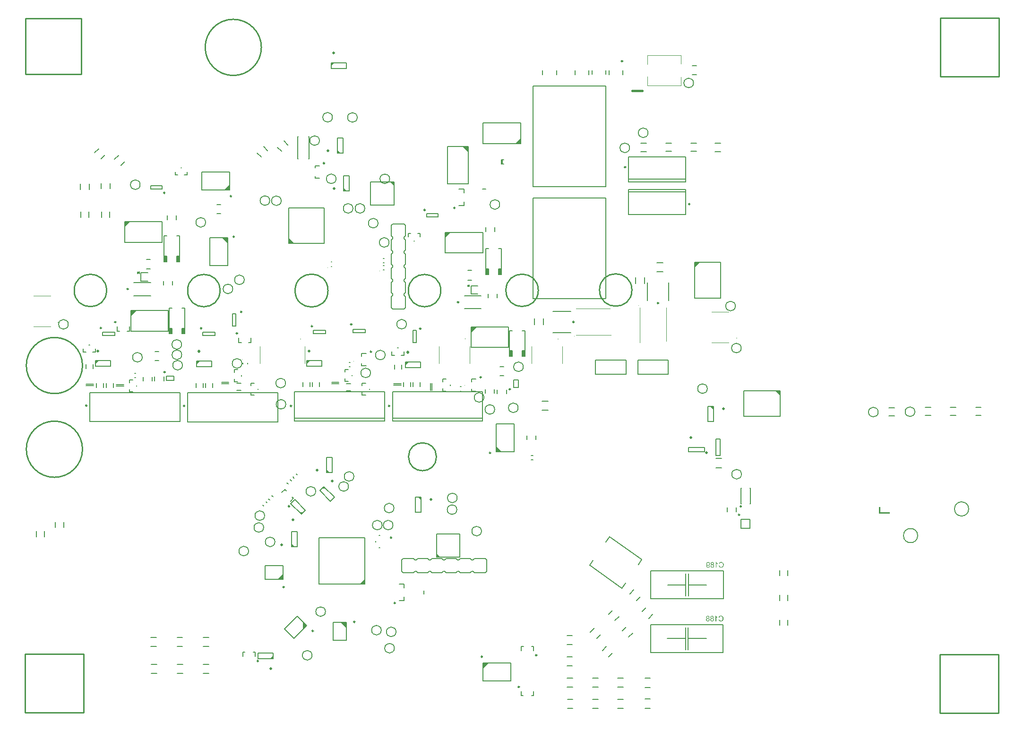
<source format=gbo>
G04*
G04 #@! TF.GenerationSoftware,Altium Limited,Altium Designer,21.7.2 (23)*
G04*
G04 Layer_Color=32896*
%FSAX25Y25*%
%MOIN*%
G70*
G04*
G04 #@! TF.SameCoordinates,25756C21-EA0E-48A6-96D4-99705350E32D*
G04*
G04*
G04 #@! TF.FilePolarity,Positive*
G04*
G01*
G75*
%ADD10C,0.01000*%
%ADD11C,0.00500*%
%ADD12C,0.00984*%
%ADD13C,0.00787*%
%ADD14C,0.00394*%
%ADD15C,0.01968*%
%ADD17C,0.01575*%
%ADD434R,0.01968X0.03937*%
G36*
X0301508Y0519224D02*
X0299299Y0517016D01*
X0299299Y0519224D01*
X0301508Y0519224D01*
D02*
G37*
G36*
X0227559Y0429429D02*
X0223622D01*
X0227559Y0433366D01*
Y0429429D01*
D02*
G37*
G36*
X0153347Y0403051D02*
Y0406988D01*
X0157283D01*
X0153347Y0403051D01*
D02*
G37*
G36*
X0269390Y0395374D02*
X0272930Y0391833D01*
X0269185Y0391823D01*
X0269185Y0395374D01*
X0269390Y0395374D01*
D02*
G37*
G36*
X0225984Y0391732D02*
X0222047Y0395669D01*
X0225984D01*
Y0391732D01*
D02*
G37*
G36*
X0157776Y0340551D02*
Y0344488D01*
X0161713D01*
X0157776Y0340551D01*
D02*
G37*
G36*
X0281878Y0306780D02*
Y0308988D01*
X0284087Y0308988D01*
X0281878Y0306780D01*
D02*
G37*
G36*
X0132862D02*
Y0308988D01*
X0135071Y0308988D01*
X0132862Y0306780D01*
D02*
G37*
G36*
X0204122Y0306484D02*
Y0308693D01*
X0206331Y0308693D01*
X0204122Y0306484D01*
D02*
G37*
G36*
X0298142Y0230106D02*
X0295933D01*
X0295933Y0232315D01*
X0298142Y0230106D01*
D02*
G37*
G36*
X0295443Y0218716D02*
X0292319D01*
X0293881Y0220278D01*
X0295443Y0218716D01*
D02*
G37*
G36*
X0278003Y0200672D02*
X0276441Y0202233D01*
X0279565D01*
X0278003Y0200672D01*
D02*
G37*
G36*
X0273344Y0177653D02*
X0271135D01*
X0271135Y0179862D01*
X0273344Y0177653D01*
D02*
G37*
G36*
X0265109Y0154940D02*
X0261172Y0154940D01*
X0265109Y0158877D01*
Y0154940D01*
D02*
G37*
G36*
X0281811Y0122078D02*
X0279027Y0119294D01*
X0279027Y0124862D01*
X0281811Y0122078D01*
D02*
G37*
G36*
X0258009Y0098706D02*
X0255800D01*
X0258009Y0100915D01*
Y0098706D01*
D02*
G37*
G36*
X0309802Y0124415D02*
X0305865D01*
X0309802Y0120478D01*
X0309802Y0124415D01*
D02*
G37*
G36*
X0322790Y0151498D02*
X0319345D01*
Y0151597D01*
X0322790Y0155042D01*
Y0151498D01*
D02*
G37*
G36*
X0373484Y0173000D02*
X0376043Y0170441D01*
X0373386Y0170441D01*
X0373484Y0173000D01*
D02*
G37*
G36*
X0362525Y0212676D02*
X0360316D01*
X0362525Y0210467D01*
X0362525Y0212676D01*
D02*
G37*
G36*
X0351563Y0308004D02*
Y0305795D01*
X0353772Y0308004D01*
X0351563Y0308004D01*
D02*
G37*
G36*
X0406102Y0095866D02*
Y0091929D01*
X0410039Y0095866D01*
X0406102D01*
D02*
G37*
G36*
X0415433Y0244823D02*
X0419370D01*
X0415433Y0248760D01*
Y0244823D01*
D02*
G37*
G36*
X0568732Y0276803D02*
X0566524D01*
X0568732Y0274594D01*
Y0276803D01*
D02*
G37*
G36*
X0615531Y0284681D02*
X0612532Y0287681D01*
X0615772D01*
X0615827Y0287736D01*
X0615531Y0284681D01*
D02*
G37*
G36*
X0307941Y0428827D02*
X0310150Y0428827D01*
X0307941Y0431035D01*
Y0428827D01*
D02*
G37*
G36*
X0303610Y0455500D02*
X0305819D01*
X0303610Y0457709D01*
X0303610Y0455500D01*
D02*
G37*
G36*
X0343209Y0432677D02*
X0340650Y0435236D01*
X0343307D01*
X0343209Y0432677D01*
D02*
G37*
G36*
X0379626Y0399606D02*
Y0395669D01*
X0383563Y0399606D01*
X0379626D01*
D02*
G37*
G36*
X0397835Y0332874D02*
Y0328937D01*
X0401772Y0332874D01*
X0397835Y0332874D01*
D02*
G37*
G36*
X0395768Y0460138D02*
X0391831D01*
X0395768Y0456201D01*
Y0460138D01*
D02*
G37*
G36*
X0432677Y0462106D02*
Y0466043D01*
X0428740Y0462106D01*
X0432677D01*
D02*
G37*
G36*
X0558685Y0378248D02*
X0555685Y0375248D01*
Y0378488D01*
X0555630Y0378543D01*
X0558685Y0378248D01*
D02*
G37*
G36*
X0686341Y0202122D02*
X0693017D01*
Y0201122D01*
X0685453D01*
Y0205843D01*
X0686341D01*
Y0202122D01*
D02*
G37*
G36*
X0570752Y0166857D02*
X0570821Y0166766D01*
X0570890Y0166680D01*
X0570958Y0166600D01*
X0571021Y0166532D01*
X0571072Y0166480D01*
X0571112Y0166446D01*
X0571118Y0166440D01*
X0571124Y0166435D01*
X0571238Y0166338D01*
X0571352Y0166252D01*
X0571466Y0166178D01*
X0571575Y0166115D01*
X0571666Y0166063D01*
X0571706Y0166041D01*
X0571740Y0166024D01*
X0571769Y0166006D01*
X0571792Y0165995D01*
X0571803Y0165989D01*
X0571809D01*
Y0165533D01*
X0571723Y0165567D01*
X0571638Y0165607D01*
X0571558Y0165641D01*
X0571483Y0165681D01*
X0571415Y0165715D01*
X0571363Y0165744D01*
X0571329Y0165767D01*
X0571323Y0165772D01*
X0571318D01*
X0571221Y0165835D01*
X0571129Y0165892D01*
X0571049Y0165949D01*
X0570987Y0165995D01*
X0570935Y0166041D01*
X0570895Y0166069D01*
X0570872Y0166092D01*
X0570867Y0166098D01*
Y0163100D01*
X0570393D01*
Y0166954D01*
X0570701D01*
X0570752Y0166857D01*
D02*
G37*
G36*
X0565088Y0166948D02*
X0565180Y0166937D01*
X0565265Y0166920D01*
X0565345Y0166897D01*
X0565494Y0166840D01*
X0565556Y0166806D01*
X0565619Y0166777D01*
X0565671Y0166743D01*
X0565716Y0166709D01*
X0565756Y0166680D01*
X0565791Y0166652D01*
X0565819Y0166629D01*
X0565836Y0166612D01*
X0565848Y0166600D01*
X0565853Y0166595D01*
X0565916Y0166526D01*
X0565968Y0166452D01*
X0566013Y0166377D01*
X0566053Y0166298D01*
X0566082Y0166223D01*
X0566110Y0166143D01*
X0566150Y0165995D01*
X0566167Y0165926D01*
X0566179Y0165864D01*
X0566185Y0165806D01*
X0566190Y0165755D01*
X0566196Y0165715D01*
Y0165687D01*
Y0165664D01*
Y0165658D01*
X0566190Y0165555D01*
X0566185Y0165458D01*
X0566167Y0165367D01*
X0566145Y0165276D01*
X0566122Y0165196D01*
X0566093Y0165121D01*
X0566065Y0165053D01*
X0566030Y0164990D01*
X0566002Y0164933D01*
X0565973Y0164887D01*
X0565945Y0164842D01*
X0565922Y0164807D01*
X0565899Y0164779D01*
X0565882Y0164762D01*
X0565876Y0164750D01*
X0565871Y0164744D01*
X0565808Y0164682D01*
X0565739Y0164630D01*
X0565671Y0164585D01*
X0565602Y0164545D01*
X0565534Y0164516D01*
X0565471Y0164488D01*
X0565339Y0164448D01*
X0565282Y0164430D01*
X0565231Y0164419D01*
X0565180Y0164413D01*
X0565140Y0164408D01*
X0565105Y0164402D01*
X0565060D01*
X0564957Y0164408D01*
X0564854Y0164425D01*
X0564768Y0164448D01*
X0564688Y0164470D01*
X0564620Y0164493D01*
X0564569Y0164516D01*
X0564540Y0164533D01*
X0564529Y0164539D01*
X0564443Y0164596D01*
X0564363Y0164659D01*
X0564300Y0164716D01*
X0564243Y0164773D01*
X0564197Y0164824D01*
X0564169Y0164870D01*
X0564146Y0164893D01*
X0564140Y0164904D01*
Y0164864D01*
Y0164836D01*
Y0164819D01*
Y0164813D01*
X0564146Y0164705D01*
X0564152Y0164596D01*
X0564163Y0164499D01*
X0564175Y0164413D01*
X0564192Y0164339D01*
X0564203Y0164282D01*
X0564209Y0164259D01*
Y0164242D01*
X0564215Y0164236D01*
Y0164231D01*
X0564243Y0164134D01*
X0564272Y0164042D01*
X0564300Y0163968D01*
X0564323Y0163905D01*
X0564352Y0163854D01*
X0564369Y0163814D01*
X0564380Y0163791D01*
X0564386Y0163785D01*
X0564426Y0163728D01*
X0564471Y0163677D01*
X0564517Y0163631D01*
X0564557Y0163591D01*
X0564597Y0163563D01*
X0564626Y0163540D01*
X0564648Y0163528D01*
X0564654Y0163523D01*
X0564717Y0163488D01*
X0564786Y0163465D01*
X0564848Y0163448D01*
X0564911Y0163437D01*
X0564963Y0163431D01*
X0565002Y0163426D01*
X0565042D01*
X0565134Y0163431D01*
X0565214Y0163448D01*
X0565282Y0163471D01*
X0565345Y0163494D01*
X0565391Y0163517D01*
X0565431Y0163540D01*
X0565454Y0163557D01*
X0565459Y0163563D01*
X0565516Y0163625D01*
X0565562Y0163694D01*
X0565596Y0163774D01*
X0565625Y0163848D01*
X0565648Y0163917D01*
X0565665Y0163974D01*
X0565671Y0163997D01*
Y0164014D01*
X0565676Y0164019D01*
Y0164025D01*
X0566127Y0163991D01*
X0566099Y0163831D01*
X0566047Y0163688D01*
X0565996Y0163568D01*
X0565933Y0163465D01*
X0565876Y0163385D01*
X0565831Y0163328D01*
X0565813Y0163311D01*
X0565796Y0163294D01*
X0565791Y0163288D01*
X0565785Y0163283D01*
X0565728Y0163237D01*
X0565671Y0163203D01*
X0565551Y0163140D01*
X0565425Y0163100D01*
X0565311Y0163066D01*
X0565208Y0163049D01*
X0565162Y0163043D01*
X0565123D01*
X0565094Y0163037D01*
X0565048D01*
X0564894Y0163049D01*
X0564751Y0163072D01*
X0564626Y0163106D01*
X0564517Y0163151D01*
X0564426Y0163191D01*
X0564392Y0163208D01*
X0564363Y0163226D01*
X0564340Y0163237D01*
X0564317Y0163249D01*
X0564312Y0163260D01*
X0564306D01*
X0564197Y0163357D01*
X0564100Y0163460D01*
X0564020Y0163568D01*
X0563952Y0163677D01*
X0563901Y0163774D01*
X0563878Y0163814D01*
X0563861Y0163854D01*
X0563849Y0163882D01*
X0563838Y0163905D01*
X0563832Y0163917D01*
Y0163922D01*
X0563803Y0164008D01*
X0563775Y0164099D01*
X0563735Y0164293D01*
X0563706Y0164488D01*
X0563689Y0164676D01*
X0563678Y0164762D01*
X0563672Y0164842D01*
Y0164916D01*
X0563666Y0164979D01*
Y0165030D01*
Y0165064D01*
Y0165093D01*
Y0165099D01*
Y0165224D01*
X0563672Y0165344D01*
X0563684Y0165458D01*
X0563689Y0165561D01*
X0563706Y0165658D01*
X0563718Y0165749D01*
X0563735Y0165829D01*
X0563746Y0165898D01*
X0563764Y0165961D01*
X0563781Y0166018D01*
X0563792Y0166063D01*
X0563803Y0166103D01*
X0563815Y0166132D01*
X0563826Y0166155D01*
X0563832Y0166166D01*
Y0166172D01*
X0563901Y0166303D01*
X0563975Y0166423D01*
X0564055Y0166520D01*
X0564129Y0166600D01*
X0564197Y0166663D01*
X0564255Y0166714D01*
X0564277Y0166726D01*
X0564294Y0166737D01*
X0564300Y0166749D01*
X0564306D01*
X0564426Y0166817D01*
X0564540Y0166869D01*
X0564660Y0166903D01*
X0564763Y0166931D01*
X0564854Y0166943D01*
X0564894Y0166948D01*
X0564928D01*
X0564957Y0166954D01*
X0564991D01*
X0565088Y0166948D01*
D02*
G37*
G36*
X0574378Y0167000D02*
X0574550Y0166977D01*
X0574710Y0166937D01*
X0574778Y0166914D01*
X0574847Y0166897D01*
X0574904Y0166874D01*
X0574961Y0166851D01*
X0575006Y0166834D01*
X0575046Y0166812D01*
X0575081Y0166800D01*
X0575104Y0166789D01*
X0575115Y0166777D01*
X0575121D01*
X0575269Y0166680D01*
X0575400Y0166572D01*
X0575515Y0166457D01*
X0575606Y0166349D01*
X0575674Y0166252D01*
X0575703Y0166206D01*
X0575732Y0166172D01*
X0575749Y0166138D01*
X0575760Y0166115D01*
X0575772Y0166103D01*
Y0166098D01*
X0575846Y0165926D01*
X0575903Y0165749D01*
X0575943Y0165572D01*
X0575972Y0165407D01*
X0575983Y0165333D01*
X0575989Y0165264D01*
X0575994Y0165207D01*
Y0165156D01*
X0576000Y0165110D01*
Y0165081D01*
Y0165059D01*
Y0165053D01*
X0575989Y0164847D01*
X0575966Y0164659D01*
X0575937Y0164482D01*
X0575920Y0164402D01*
X0575897Y0164328D01*
X0575880Y0164259D01*
X0575863Y0164202D01*
X0575846Y0164145D01*
X0575829Y0164105D01*
X0575817Y0164065D01*
X0575806Y0164042D01*
X0575800Y0164025D01*
Y0164019D01*
X0575714Y0163848D01*
X0575623Y0163705D01*
X0575520Y0163580D01*
X0575423Y0163477D01*
X0575338Y0163391D01*
X0575303Y0163363D01*
X0575269Y0163334D01*
X0575241Y0163317D01*
X0575223Y0163300D01*
X0575212Y0163294D01*
X0575206Y0163288D01*
X0575132Y0163243D01*
X0575052Y0163208D01*
X0574887Y0163146D01*
X0574715Y0163100D01*
X0574555Y0163072D01*
X0574481Y0163060D01*
X0574413Y0163049D01*
X0574350Y0163043D01*
X0574298D01*
X0574253Y0163037D01*
X0574196D01*
X0574087Y0163043D01*
X0573979Y0163049D01*
X0573882Y0163066D01*
X0573784Y0163089D01*
X0573693Y0163111D01*
X0573613Y0163140D01*
X0573533Y0163169D01*
X0573465Y0163203D01*
X0573396Y0163231D01*
X0573345Y0163260D01*
X0573293Y0163288D01*
X0573253Y0163311D01*
X0573219Y0163334D01*
X0573196Y0163351D01*
X0573185Y0163357D01*
X0573179Y0163363D01*
X0573105Y0163426D01*
X0573036Y0163500D01*
X0572974Y0163574D01*
X0572911Y0163654D01*
X0572814Y0163808D01*
X0572734Y0163962D01*
X0572700Y0164036D01*
X0572677Y0164099D01*
X0572654Y0164162D01*
X0572631Y0164213D01*
X0572620Y0164259D01*
X0572608Y0164288D01*
X0572603Y0164311D01*
Y0164316D01*
X0573111Y0164448D01*
X0573156Y0164276D01*
X0573219Y0164128D01*
X0573288Y0164002D01*
X0573356Y0163899D01*
X0573419Y0163820D01*
X0573442Y0163791D01*
X0573470Y0163762D01*
X0573488Y0163745D01*
X0573505Y0163728D01*
X0573510Y0163722D01*
X0573516Y0163717D01*
X0573573Y0163671D01*
X0573630Y0163637D01*
X0573756Y0163574D01*
X0573876Y0163534D01*
X0573984Y0163500D01*
X0574087Y0163483D01*
X0574127Y0163477D01*
X0574167D01*
X0574196Y0163471D01*
X0574236D01*
X0574367Y0163477D01*
X0574487Y0163500D01*
X0574601Y0163528D01*
X0574698Y0163563D01*
X0574778Y0163591D01*
X0574841Y0163620D01*
X0574864Y0163631D01*
X0574881Y0163643D01*
X0574887Y0163648D01*
X0574892D01*
X0574995Y0163722D01*
X0575086Y0163814D01*
X0575161Y0163899D01*
X0575223Y0163991D01*
X0575269Y0164071D01*
X0575303Y0164139D01*
X0575315Y0164162D01*
X0575326Y0164179D01*
X0575332Y0164191D01*
Y0164196D01*
X0575378Y0164339D01*
X0575412Y0164482D01*
X0575440Y0164630D01*
X0575457Y0164762D01*
X0575463Y0164824D01*
X0575469Y0164876D01*
Y0164927D01*
X0575475Y0164973D01*
Y0165007D01*
Y0165030D01*
Y0165047D01*
Y0165053D01*
X0575469Y0165196D01*
X0575457Y0165327D01*
X0575435Y0165453D01*
X0575412Y0165567D01*
X0575395Y0165658D01*
X0575383Y0165698D01*
X0575372Y0165727D01*
X0575366Y0165755D01*
X0575360Y0165772D01*
X0575355Y0165784D01*
Y0165789D01*
X0575303Y0165915D01*
X0575241Y0166029D01*
X0575172Y0166126D01*
X0575104Y0166212D01*
X0575041Y0166275D01*
X0574984Y0166320D01*
X0574949Y0166349D01*
X0574944Y0166360D01*
X0574938D01*
X0574818Y0166435D01*
X0574698Y0166486D01*
X0574573Y0166526D01*
X0574453Y0166549D01*
X0574350Y0166566D01*
X0574310Y0166572D01*
X0574270D01*
X0574241Y0166577D01*
X0574196D01*
X0574059Y0166572D01*
X0573933Y0166549D01*
X0573825Y0166515D01*
X0573733Y0166480D01*
X0573659Y0166446D01*
X0573607Y0166412D01*
X0573573Y0166389D01*
X0573562Y0166383D01*
X0573470Y0166303D01*
X0573390Y0166206D01*
X0573322Y0166103D01*
X0573271Y0166006D01*
X0573225Y0165915D01*
X0573208Y0165875D01*
X0573191Y0165841D01*
X0573179Y0165812D01*
X0573174Y0165789D01*
X0573168Y0165778D01*
Y0165772D01*
X0572665Y0165892D01*
X0572700Y0165989D01*
X0572734Y0166081D01*
X0572774Y0166166D01*
X0572820Y0166246D01*
X0572865Y0166320D01*
X0572911Y0166383D01*
X0572957Y0166446D01*
X0573002Y0166503D01*
X0573048Y0166549D01*
X0573088Y0166595D01*
X0573122Y0166629D01*
X0573156Y0166663D01*
X0573179Y0166686D01*
X0573202Y0166703D01*
X0573213Y0166709D01*
X0573219Y0166714D01*
X0573293Y0166766D01*
X0573373Y0166812D01*
X0573453Y0166851D01*
X0573533Y0166886D01*
X0573699Y0166937D01*
X0573847Y0166977D01*
X0573922Y0166989D01*
X0573984Y0166994D01*
X0574042Y0167000D01*
X0574093Y0167006D01*
X0574133Y0167011D01*
X0574190D01*
X0574378Y0167000D01*
D02*
G37*
G36*
X0568023Y0166948D02*
X0568109Y0166943D01*
X0568269Y0166909D01*
X0568406Y0166863D01*
X0568469Y0166840D01*
X0568520Y0166812D01*
X0568571Y0166783D01*
X0568617Y0166760D01*
X0568651Y0166737D01*
X0568680Y0166714D01*
X0568703Y0166697D01*
X0568725Y0166680D01*
X0568731Y0166674D01*
X0568737Y0166669D01*
X0568788Y0166612D01*
X0568834Y0166554D01*
X0568874Y0166498D01*
X0568908Y0166440D01*
X0568960Y0166320D01*
X0568994Y0166206D01*
X0569017Y0166109D01*
X0569022Y0166069D01*
X0569028Y0166029D01*
X0569034Y0166001D01*
Y0165978D01*
Y0165966D01*
Y0165961D01*
X0569028Y0165864D01*
X0569011Y0165772D01*
X0568988Y0165692D01*
X0568965Y0165624D01*
X0568942Y0165567D01*
X0568920Y0165521D01*
X0568902Y0165498D01*
X0568897Y0165487D01*
X0568834Y0165418D01*
X0568765Y0165355D01*
X0568697Y0165304D01*
X0568623Y0165258D01*
X0568560Y0165224D01*
X0568503Y0165201D01*
X0568469Y0165184D01*
X0568463Y0165178D01*
X0568457D01*
X0568583Y0165138D01*
X0568691Y0165087D01*
X0568783Y0165030D01*
X0568862Y0164973D01*
X0568920Y0164921D01*
X0568965Y0164876D01*
X0568988Y0164847D01*
X0568999Y0164842D01*
Y0164836D01*
X0569062Y0164739D01*
X0569108Y0164630D01*
X0569142Y0164527D01*
X0569165Y0164430D01*
X0569177Y0164339D01*
X0569182Y0164305D01*
Y0164271D01*
X0569188Y0164242D01*
Y0164225D01*
Y0164213D01*
Y0164208D01*
X0569182Y0164116D01*
X0569171Y0164025D01*
X0569154Y0163945D01*
X0569131Y0163865D01*
X0569079Y0163722D01*
X0569045Y0163660D01*
X0569011Y0163602D01*
X0568982Y0163545D01*
X0568948Y0163500D01*
X0568920Y0163460D01*
X0568891Y0163431D01*
X0568874Y0163403D01*
X0568857Y0163385D01*
X0568845Y0163374D01*
X0568840Y0163368D01*
X0568771Y0163311D01*
X0568703Y0163260D01*
X0568623Y0163214D01*
X0568548Y0163180D01*
X0568474Y0163146D01*
X0568394Y0163117D01*
X0568252Y0163077D01*
X0568183Y0163066D01*
X0568120Y0163054D01*
X0568063Y0163049D01*
X0568017Y0163043D01*
X0567978Y0163037D01*
X0567920D01*
X0567818Y0163043D01*
X0567721Y0163054D01*
X0567623Y0163066D01*
X0567538Y0163089D01*
X0567458Y0163111D01*
X0567384Y0163140D01*
X0567315Y0163174D01*
X0567252Y0163203D01*
X0567195Y0163231D01*
X0567144Y0163266D01*
X0567104Y0163294D01*
X0567070Y0163317D01*
X0567041Y0163340D01*
X0567024Y0163357D01*
X0567013Y0163363D01*
X0567007Y0163368D01*
X0566944Y0163431D01*
X0566893Y0163500D01*
X0566841Y0163568D01*
X0566801Y0163643D01*
X0566767Y0163711D01*
X0566738Y0163779D01*
X0566698Y0163911D01*
X0566681Y0163968D01*
X0566670Y0164025D01*
X0566664Y0164071D01*
X0566658Y0164116D01*
X0566653Y0164151D01*
Y0164173D01*
Y0164191D01*
Y0164196D01*
X0566658Y0164322D01*
X0566681Y0164442D01*
X0566710Y0164545D01*
X0566744Y0164636D01*
X0566784Y0164710D01*
X0566813Y0164762D01*
X0566835Y0164796D01*
X0566841Y0164807D01*
X0566915Y0164899D01*
X0567001Y0164973D01*
X0567092Y0165036D01*
X0567178Y0165087D01*
X0567258Y0165127D01*
X0567326Y0165156D01*
X0567349Y0165167D01*
X0567367Y0165173D01*
X0567378Y0165178D01*
X0567384D01*
X0567281Y0165224D01*
X0567195Y0165270D01*
X0567121Y0165321D01*
X0567064Y0165373D01*
X0567018Y0165413D01*
X0566984Y0165447D01*
X0566961Y0165475D01*
X0566955Y0165481D01*
X0566910Y0165561D01*
X0566875Y0165641D01*
X0566847Y0165715D01*
X0566830Y0165789D01*
X0566818Y0165852D01*
X0566813Y0165904D01*
Y0165938D01*
Y0165944D01*
Y0165949D01*
X0566818Y0166024D01*
X0566824Y0166098D01*
X0566858Y0166235D01*
X0566910Y0166355D01*
X0566967Y0166457D01*
X0567024Y0166543D01*
X0567047Y0166577D01*
X0567075Y0166606D01*
X0567092Y0166629D01*
X0567109Y0166646D01*
X0567115Y0166652D01*
X0567121Y0166657D01*
X0567178Y0166709D01*
X0567247Y0166754D01*
X0567309Y0166794D01*
X0567378Y0166829D01*
X0567515Y0166880D01*
X0567641Y0166920D01*
X0567755Y0166937D01*
X0567806Y0166943D01*
X0567846Y0166948D01*
X0567880Y0166954D01*
X0567932D01*
X0568023Y0166948D01*
D02*
G37*
G36*
X0570552Y0128957D02*
X0570621Y0128866D01*
X0570689Y0128780D01*
X0570758Y0128700D01*
X0570821Y0128632D01*
X0570872Y0128580D01*
X0570912Y0128546D01*
X0570918Y0128540D01*
X0570924Y0128535D01*
X0571038Y0128438D01*
X0571152Y0128352D01*
X0571266Y0128278D01*
X0571375Y0128215D01*
X0571466Y0128164D01*
X0571506Y0128141D01*
X0571540Y0128123D01*
X0571569Y0128106D01*
X0571592Y0128095D01*
X0571603Y0128089D01*
X0571609D01*
Y0127632D01*
X0571523Y0127667D01*
X0571438Y0127707D01*
X0571358Y0127741D01*
X0571283Y0127781D01*
X0571215Y0127815D01*
X0571164Y0127844D01*
X0571129Y0127867D01*
X0571124Y0127872D01*
X0571118D01*
X0571021Y0127935D01*
X0570929Y0127992D01*
X0570849Y0128049D01*
X0570787Y0128095D01*
X0570735Y0128141D01*
X0570695Y0128169D01*
X0570672Y0128192D01*
X0570667Y0128198D01*
Y0125200D01*
X0570193D01*
Y0129054D01*
X0570501D01*
X0570552Y0128957D01*
D02*
G37*
G36*
X0574178Y0129100D02*
X0574350Y0129077D01*
X0574509Y0129037D01*
X0574578Y0129014D01*
X0574647Y0128997D01*
X0574704Y0128974D01*
X0574761Y0128952D01*
X0574806Y0128934D01*
X0574846Y0128911D01*
X0574881Y0128900D01*
X0574903Y0128889D01*
X0574915Y0128877D01*
X0574921D01*
X0575069Y0128780D01*
X0575201Y0128672D01*
X0575315Y0128558D01*
X0575406Y0128449D01*
X0575475Y0128352D01*
X0575503Y0128306D01*
X0575532Y0128272D01*
X0575549Y0128238D01*
X0575560Y0128215D01*
X0575572Y0128203D01*
Y0128198D01*
X0575646Y0128026D01*
X0575703Y0127849D01*
X0575743Y0127672D01*
X0575772Y0127507D01*
X0575783Y0127433D01*
X0575789Y0127364D01*
X0575794Y0127307D01*
Y0127256D01*
X0575800Y0127210D01*
Y0127181D01*
Y0127158D01*
Y0127153D01*
X0575789Y0126947D01*
X0575766Y0126759D01*
X0575737Y0126582D01*
X0575720Y0126502D01*
X0575697Y0126428D01*
X0575680Y0126359D01*
X0575663Y0126302D01*
X0575646Y0126245D01*
X0575629Y0126205D01*
X0575617Y0126165D01*
X0575606Y0126142D01*
X0575600Y0126125D01*
Y0126119D01*
X0575515Y0125948D01*
X0575423Y0125805D01*
X0575320Y0125680D01*
X0575223Y0125577D01*
X0575138Y0125491D01*
X0575103Y0125463D01*
X0575069Y0125434D01*
X0575041Y0125417D01*
X0575023Y0125400D01*
X0575012Y0125394D01*
X0575006Y0125388D01*
X0574932Y0125343D01*
X0574852Y0125309D01*
X0574686Y0125246D01*
X0574515Y0125200D01*
X0574355Y0125171D01*
X0574281Y0125160D01*
X0574213Y0125149D01*
X0574150Y0125143D01*
X0574098D01*
X0574053Y0125137D01*
X0573996D01*
X0573887Y0125143D01*
X0573779Y0125149D01*
X0573682Y0125166D01*
X0573585Y0125189D01*
X0573493Y0125211D01*
X0573413Y0125240D01*
X0573333Y0125268D01*
X0573265Y0125303D01*
X0573196Y0125331D01*
X0573145Y0125360D01*
X0573094Y0125388D01*
X0573054Y0125411D01*
X0573019Y0125434D01*
X0572996Y0125451D01*
X0572985Y0125457D01*
X0572979Y0125463D01*
X0572905Y0125525D01*
X0572836Y0125600D01*
X0572774Y0125674D01*
X0572711Y0125754D01*
X0572614Y0125908D01*
X0572534Y0126062D01*
X0572500Y0126136D01*
X0572477Y0126199D01*
X0572454Y0126262D01*
X0572431Y0126313D01*
X0572420Y0126359D01*
X0572408Y0126388D01*
X0572402Y0126410D01*
Y0126416D01*
X0572911Y0126548D01*
X0572956Y0126376D01*
X0573019Y0126228D01*
X0573088Y0126102D01*
X0573156Y0125999D01*
X0573219Y0125919D01*
X0573242Y0125891D01*
X0573271Y0125862D01*
X0573288Y0125845D01*
X0573305Y0125828D01*
X0573310Y0125822D01*
X0573316Y0125817D01*
X0573373Y0125771D01*
X0573430Y0125737D01*
X0573556Y0125674D01*
X0573676Y0125634D01*
X0573784Y0125600D01*
X0573887Y0125583D01*
X0573927Y0125577D01*
X0573967D01*
X0573996Y0125571D01*
X0574036D01*
X0574167Y0125577D01*
X0574287Y0125600D01*
X0574401Y0125628D01*
X0574498Y0125663D01*
X0574578Y0125691D01*
X0574641Y0125720D01*
X0574664Y0125731D01*
X0574681Y0125742D01*
X0574686Y0125748D01*
X0574692D01*
X0574795Y0125822D01*
X0574886Y0125914D01*
X0574961Y0125999D01*
X0575023Y0126091D01*
X0575069Y0126171D01*
X0575103Y0126239D01*
X0575115Y0126262D01*
X0575126Y0126279D01*
X0575132Y0126291D01*
Y0126296D01*
X0575178Y0126439D01*
X0575212Y0126582D01*
X0575240Y0126730D01*
X0575257Y0126862D01*
X0575263Y0126924D01*
X0575269Y0126976D01*
Y0127027D01*
X0575275Y0127073D01*
Y0127107D01*
Y0127130D01*
Y0127147D01*
Y0127153D01*
X0575269Y0127296D01*
X0575257Y0127427D01*
X0575235Y0127552D01*
X0575212Y0127667D01*
X0575195Y0127758D01*
X0575183Y0127798D01*
X0575172Y0127827D01*
X0575166Y0127855D01*
X0575161Y0127872D01*
X0575155Y0127884D01*
Y0127889D01*
X0575103Y0128015D01*
X0575041Y0128129D01*
X0574972Y0128226D01*
X0574903Y0128312D01*
X0574841Y0128375D01*
X0574784Y0128420D01*
X0574749Y0128449D01*
X0574744Y0128460D01*
X0574738D01*
X0574618Y0128535D01*
X0574498Y0128586D01*
X0574372Y0128626D01*
X0574253Y0128649D01*
X0574150Y0128666D01*
X0574110Y0128672D01*
X0574070D01*
X0574041Y0128677D01*
X0573996D01*
X0573859Y0128672D01*
X0573733Y0128649D01*
X0573625Y0128615D01*
X0573533Y0128580D01*
X0573459Y0128546D01*
X0573408Y0128512D01*
X0573373Y0128489D01*
X0573362Y0128483D01*
X0573271Y0128403D01*
X0573190Y0128306D01*
X0573122Y0128203D01*
X0573071Y0128106D01*
X0573025Y0128015D01*
X0573008Y0127975D01*
X0572991Y0127941D01*
X0572979Y0127912D01*
X0572973Y0127889D01*
X0572968Y0127878D01*
Y0127872D01*
X0572465Y0127992D01*
X0572500Y0128089D01*
X0572534Y0128181D01*
X0572574Y0128266D01*
X0572619Y0128346D01*
X0572665Y0128420D01*
X0572711Y0128483D01*
X0572757Y0128546D01*
X0572802Y0128603D01*
X0572848Y0128649D01*
X0572888Y0128694D01*
X0572922Y0128729D01*
X0572956Y0128763D01*
X0572979Y0128786D01*
X0573002Y0128803D01*
X0573013Y0128809D01*
X0573019Y0128814D01*
X0573094Y0128866D01*
X0573173Y0128911D01*
X0573253Y0128952D01*
X0573333Y0128986D01*
X0573499Y0129037D01*
X0573647Y0129077D01*
X0573722Y0129088D01*
X0573784Y0129094D01*
X0573841Y0129100D01*
X0573893Y0129106D01*
X0573933Y0129111D01*
X0573990D01*
X0574178Y0129100D01*
D02*
G37*
G36*
X0567823Y0129049D02*
X0567909Y0129043D01*
X0568069Y0129009D01*
X0568206Y0128963D01*
X0568268Y0128940D01*
X0568320Y0128911D01*
X0568371Y0128883D01*
X0568417Y0128860D01*
X0568451Y0128837D01*
X0568480Y0128814D01*
X0568503Y0128797D01*
X0568526Y0128780D01*
X0568531Y0128774D01*
X0568537Y0128769D01*
X0568588Y0128712D01*
X0568634Y0128655D01*
X0568674Y0128597D01*
X0568708Y0128540D01*
X0568760Y0128420D01*
X0568794Y0128306D01*
X0568817Y0128209D01*
X0568822Y0128169D01*
X0568828Y0128129D01*
X0568834Y0128101D01*
Y0128078D01*
Y0128066D01*
Y0128061D01*
X0568828Y0127964D01*
X0568811Y0127872D01*
X0568788Y0127792D01*
X0568765Y0127724D01*
X0568742Y0127667D01*
X0568720Y0127621D01*
X0568703Y0127598D01*
X0568697Y0127587D01*
X0568634Y0127518D01*
X0568565Y0127455D01*
X0568497Y0127404D01*
X0568423Y0127358D01*
X0568360Y0127324D01*
X0568303Y0127301D01*
X0568268Y0127284D01*
X0568263Y0127278D01*
X0568257D01*
X0568383Y0127239D01*
X0568491Y0127187D01*
X0568583Y0127130D01*
X0568663Y0127073D01*
X0568720Y0127022D01*
X0568765Y0126976D01*
X0568788Y0126947D01*
X0568799Y0126942D01*
Y0126936D01*
X0568862Y0126839D01*
X0568908Y0126730D01*
X0568942Y0126628D01*
X0568965Y0126530D01*
X0568977Y0126439D01*
X0568982Y0126405D01*
Y0126371D01*
X0568988Y0126342D01*
Y0126325D01*
Y0126313D01*
Y0126308D01*
X0568982Y0126216D01*
X0568971Y0126125D01*
X0568954Y0126045D01*
X0568931Y0125965D01*
X0568880Y0125822D01*
X0568845Y0125760D01*
X0568811Y0125703D01*
X0568782Y0125645D01*
X0568748Y0125600D01*
X0568720Y0125560D01*
X0568691Y0125531D01*
X0568674Y0125503D01*
X0568657Y0125486D01*
X0568645Y0125474D01*
X0568640Y0125468D01*
X0568571Y0125411D01*
X0568503Y0125360D01*
X0568423Y0125314D01*
X0568348Y0125280D01*
X0568274Y0125246D01*
X0568194Y0125217D01*
X0568051Y0125177D01*
X0567983Y0125166D01*
X0567920Y0125154D01*
X0567863Y0125149D01*
X0567817Y0125143D01*
X0567777Y0125137D01*
X0567720D01*
X0567618Y0125143D01*
X0567521Y0125154D01*
X0567423Y0125166D01*
X0567338Y0125189D01*
X0567258Y0125211D01*
X0567184Y0125240D01*
X0567115Y0125274D01*
X0567052Y0125303D01*
X0566995Y0125331D01*
X0566944Y0125366D01*
X0566904Y0125394D01*
X0566870Y0125417D01*
X0566841Y0125440D01*
X0566824Y0125457D01*
X0566813Y0125463D01*
X0566807Y0125468D01*
X0566744Y0125531D01*
X0566693Y0125600D01*
X0566641Y0125668D01*
X0566601Y0125742D01*
X0566567Y0125811D01*
X0566538Y0125880D01*
X0566498Y0126011D01*
X0566481Y0126068D01*
X0566470Y0126125D01*
X0566464Y0126171D01*
X0566458Y0126216D01*
X0566453Y0126251D01*
Y0126274D01*
Y0126291D01*
Y0126296D01*
X0566458Y0126422D01*
X0566481Y0126542D01*
X0566510Y0126645D01*
X0566544Y0126736D01*
X0566584Y0126810D01*
X0566613Y0126862D01*
X0566636Y0126896D01*
X0566641Y0126907D01*
X0566715Y0126999D01*
X0566801Y0127073D01*
X0566892Y0127136D01*
X0566978Y0127187D01*
X0567058Y0127227D01*
X0567127Y0127256D01*
X0567149Y0127267D01*
X0567167Y0127273D01*
X0567178Y0127278D01*
X0567184D01*
X0567081Y0127324D01*
X0566995Y0127370D01*
X0566921Y0127421D01*
X0566864Y0127473D01*
X0566818Y0127513D01*
X0566784Y0127547D01*
X0566761Y0127575D01*
X0566755Y0127581D01*
X0566710Y0127661D01*
X0566675Y0127741D01*
X0566647Y0127815D01*
X0566630Y0127889D01*
X0566618Y0127952D01*
X0566613Y0128004D01*
Y0128038D01*
Y0128044D01*
Y0128049D01*
X0566618Y0128123D01*
X0566624Y0128198D01*
X0566658Y0128335D01*
X0566710Y0128455D01*
X0566767Y0128558D01*
X0566824Y0128643D01*
X0566847Y0128677D01*
X0566875Y0128706D01*
X0566892Y0128729D01*
X0566910Y0128746D01*
X0566915Y0128752D01*
X0566921Y0128757D01*
X0566978Y0128809D01*
X0567047Y0128854D01*
X0567109Y0128894D01*
X0567178Y0128929D01*
X0567315Y0128980D01*
X0567441Y0129020D01*
X0567555Y0129037D01*
X0567606Y0129043D01*
X0567646Y0129049D01*
X0567680Y0129054D01*
X0567732D01*
X0567823Y0129049D01*
D02*
G37*
G36*
X0564837D02*
X0564923Y0129043D01*
X0565082Y0129009D01*
X0565219Y0128963D01*
X0565282Y0128940D01*
X0565334Y0128911D01*
X0565385Y0128883D01*
X0565431Y0128860D01*
X0565465Y0128837D01*
X0565493Y0128814D01*
X0565516Y0128797D01*
X0565539Y0128780D01*
X0565545Y0128774D01*
X0565551Y0128769D01*
X0565602Y0128712D01*
X0565648Y0128655D01*
X0565688Y0128597D01*
X0565722Y0128540D01*
X0565773Y0128420D01*
X0565807Y0128306D01*
X0565830Y0128209D01*
X0565836Y0128169D01*
X0565842Y0128129D01*
X0565847Y0128101D01*
Y0128078D01*
Y0128066D01*
Y0128061D01*
X0565842Y0127964D01*
X0565825Y0127872D01*
X0565802Y0127792D01*
X0565779Y0127724D01*
X0565756Y0127667D01*
X0565733Y0127621D01*
X0565716Y0127598D01*
X0565710Y0127587D01*
X0565648Y0127518D01*
X0565579Y0127455D01*
X0565511Y0127404D01*
X0565436Y0127358D01*
X0565374Y0127324D01*
X0565316Y0127301D01*
X0565282Y0127284D01*
X0565276Y0127278D01*
X0565271D01*
X0565396Y0127239D01*
X0565505Y0127187D01*
X0565596Y0127130D01*
X0565676Y0127073D01*
X0565733Y0127022D01*
X0565779Y0126976D01*
X0565802Y0126947D01*
X0565813Y0126942D01*
Y0126936D01*
X0565876Y0126839D01*
X0565922Y0126730D01*
X0565956Y0126628D01*
X0565979Y0126530D01*
X0565990Y0126439D01*
X0565996Y0126405D01*
Y0126371D01*
X0566002Y0126342D01*
Y0126325D01*
Y0126313D01*
Y0126308D01*
X0565996Y0126216D01*
X0565984Y0126125D01*
X0565967Y0126045D01*
X0565944Y0125965D01*
X0565893Y0125822D01*
X0565859Y0125760D01*
X0565825Y0125703D01*
X0565796Y0125645D01*
X0565762Y0125600D01*
X0565733Y0125560D01*
X0565705Y0125531D01*
X0565688Y0125503D01*
X0565670Y0125486D01*
X0565659Y0125474D01*
X0565653Y0125468D01*
X0565585Y0125411D01*
X0565516Y0125360D01*
X0565436Y0125314D01*
X0565362Y0125280D01*
X0565288Y0125246D01*
X0565208Y0125217D01*
X0565065Y0125177D01*
X0564997Y0125166D01*
X0564934Y0125154D01*
X0564877Y0125149D01*
X0564831Y0125143D01*
X0564791Y0125137D01*
X0564734D01*
X0564631Y0125143D01*
X0564534Y0125154D01*
X0564437Y0125166D01*
X0564352Y0125189D01*
X0564271Y0125211D01*
X0564197Y0125240D01*
X0564129Y0125274D01*
X0564066Y0125303D01*
X0564009Y0125331D01*
X0563958Y0125366D01*
X0563917Y0125394D01*
X0563883Y0125417D01*
X0563855Y0125440D01*
X0563838Y0125457D01*
X0563826Y0125463D01*
X0563820Y0125468D01*
X0563758Y0125531D01*
X0563706Y0125600D01*
X0563655Y0125668D01*
X0563615Y0125742D01*
X0563581Y0125811D01*
X0563552Y0125880D01*
X0563512Y0126011D01*
X0563495Y0126068D01*
X0563483Y0126125D01*
X0563478Y0126171D01*
X0563472Y0126216D01*
X0563466Y0126251D01*
Y0126274D01*
Y0126291D01*
Y0126296D01*
X0563472Y0126422D01*
X0563495Y0126542D01*
X0563523Y0126645D01*
X0563558Y0126736D01*
X0563598Y0126810D01*
X0563626Y0126862D01*
X0563649Y0126896D01*
X0563655Y0126907D01*
X0563729Y0126999D01*
X0563815Y0127073D01*
X0563906Y0127136D01*
X0563992Y0127187D01*
X0564072Y0127227D01*
X0564140Y0127256D01*
X0564163Y0127267D01*
X0564180Y0127273D01*
X0564192Y0127278D01*
X0564197D01*
X0564094Y0127324D01*
X0564009Y0127370D01*
X0563935Y0127421D01*
X0563877Y0127473D01*
X0563832Y0127513D01*
X0563798Y0127547D01*
X0563775Y0127575D01*
X0563769Y0127581D01*
X0563723Y0127661D01*
X0563689Y0127741D01*
X0563660Y0127815D01*
X0563643Y0127889D01*
X0563632Y0127952D01*
X0563626Y0128004D01*
Y0128038D01*
Y0128044D01*
Y0128049D01*
X0563632Y0128123D01*
X0563638Y0128198D01*
X0563672Y0128335D01*
X0563723Y0128455D01*
X0563780Y0128558D01*
X0563838Y0128643D01*
X0563860Y0128677D01*
X0563889Y0128706D01*
X0563906Y0128729D01*
X0563923Y0128746D01*
X0563929Y0128752D01*
X0563935Y0128757D01*
X0563992Y0128809D01*
X0564060Y0128854D01*
X0564123Y0128894D01*
X0564192Y0128929D01*
X0564329Y0128980D01*
X0564454Y0129020D01*
X0564568Y0129037D01*
X0564620Y0129043D01*
X0564660Y0129049D01*
X0564694Y0129054D01*
X0564745D01*
X0564837Y0129049D01*
D02*
G37*
%LPC*%
G36*
X0564963Y0166566D02*
X0564934D01*
X0564825Y0166554D01*
X0564723Y0166526D01*
X0564631Y0166492D01*
X0564557Y0166446D01*
X0564494Y0166400D01*
X0564449Y0166366D01*
X0564420Y0166338D01*
X0564409Y0166326D01*
X0564334Y0166229D01*
X0564283Y0166126D01*
X0564243Y0166018D01*
X0564220Y0165915D01*
X0564203Y0165824D01*
X0564197Y0165784D01*
Y0165749D01*
X0564192Y0165721D01*
Y0165698D01*
Y0165687D01*
Y0165681D01*
X0564203Y0165538D01*
X0564226Y0165413D01*
X0564260Y0165304D01*
X0564294Y0165213D01*
X0564334Y0165138D01*
X0564369Y0165087D01*
X0564392Y0165059D01*
X0564403Y0165047D01*
X0564489Y0164973D01*
X0564574Y0164916D01*
X0564666Y0164876D01*
X0564751Y0164847D01*
X0564831Y0164830D01*
X0564888Y0164824D01*
X0564911Y0164819D01*
X0564945D01*
X0565060Y0164830D01*
X0565168Y0164853D01*
X0565260Y0164893D01*
X0565339Y0164933D01*
X0565408Y0164973D01*
X0565454Y0165013D01*
X0565482Y0165036D01*
X0565494Y0165047D01*
X0565568Y0165138D01*
X0565619Y0165235D01*
X0565659Y0165338D01*
X0565682Y0165430D01*
X0565699Y0165515D01*
X0565705Y0165578D01*
X0565711Y0165607D01*
Y0165624D01*
Y0165635D01*
Y0165641D01*
X0565699Y0165789D01*
X0565676Y0165921D01*
X0565636Y0166035D01*
X0565596Y0166132D01*
X0565556Y0166206D01*
X0565516Y0166263D01*
X0565505Y0166280D01*
X0565494Y0166298D01*
X0565482Y0166309D01*
X0565437Y0166355D01*
X0565391Y0166395D01*
X0565300Y0166457D01*
X0565208Y0166503D01*
X0565123Y0166532D01*
X0565048Y0166554D01*
X0564985Y0166560D01*
X0564963Y0166566D01*
D02*
G37*
G36*
X0567972D02*
X0567926D01*
X0567829Y0166560D01*
X0567743Y0166537D01*
X0567669Y0166509D01*
X0567601Y0166480D01*
X0567549Y0166446D01*
X0567515Y0166418D01*
X0567486Y0166395D01*
X0567481Y0166389D01*
X0567418Y0166320D01*
X0567372Y0166246D01*
X0567344Y0166172D01*
X0567321Y0166103D01*
X0567309Y0166041D01*
X0567298Y0165995D01*
Y0165961D01*
Y0165955D01*
Y0165949D01*
X0567304Y0165864D01*
X0567326Y0165778D01*
X0567355Y0165709D01*
X0567384Y0165647D01*
X0567418Y0165601D01*
X0567446Y0165561D01*
X0567469Y0165538D01*
X0567475Y0165533D01*
X0567544Y0165475D01*
X0567618Y0165435D01*
X0567692Y0165401D01*
X0567761Y0165384D01*
X0567823Y0165373D01*
X0567875Y0165367D01*
X0567909Y0165361D01*
X0567920D01*
X0568023Y0165367D01*
X0568115Y0165390D01*
X0568189Y0165418D01*
X0568257Y0165447D01*
X0568309Y0165481D01*
X0568343Y0165504D01*
X0568371Y0165527D01*
X0568377Y0165533D01*
X0568434Y0165601D01*
X0568474Y0165675D01*
X0568508Y0165749D01*
X0568526Y0165818D01*
X0568537Y0165881D01*
X0568543Y0165932D01*
X0568548Y0165966D01*
Y0165972D01*
Y0165978D01*
X0568543Y0166063D01*
X0568520Y0166143D01*
X0568491Y0166212D01*
X0568463Y0166275D01*
X0568429Y0166320D01*
X0568406Y0166360D01*
X0568383Y0166383D01*
X0568377Y0166389D01*
X0568309Y0166446D01*
X0568234Y0166492D01*
X0568154Y0166520D01*
X0568086Y0166543D01*
X0568023Y0166554D01*
X0567972Y0166566D01*
D02*
G37*
G36*
Y0164979D02*
X0567938D01*
X0567812Y0164967D01*
X0567703Y0164944D01*
X0567606Y0164910D01*
X0567521Y0164870D01*
X0567458Y0164824D01*
X0567407Y0164790D01*
X0567378Y0164767D01*
X0567367Y0164756D01*
X0567292Y0164670D01*
X0567235Y0164573D01*
X0567195Y0164482D01*
X0567167Y0164391D01*
X0567149Y0164311D01*
X0567144Y0164248D01*
X0567138Y0164225D01*
Y0164208D01*
Y0164196D01*
Y0164191D01*
X0567149Y0164071D01*
X0567172Y0163968D01*
X0567207Y0163871D01*
X0567247Y0163791D01*
X0567292Y0163728D01*
X0567326Y0163682D01*
X0567349Y0163654D01*
X0567361Y0163643D01*
X0567446Y0163568D01*
X0567538Y0163517D01*
X0567635Y0163477D01*
X0567721Y0163454D01*
X0567800Y0163437D01*
X0567863Y0163431D01*
X0567886Y0163426D01*
X0567920D01*
X0568000Y0163431D01*
X0568075Y0163443D01*
X0568143Y0163460D01*
X0568206Y0163477D01*
X0568257Y0163494D01*
X0568292Y0163511D01*
X0568314Y0163523D01*
X0568326Y0163528D01*
X0568394Y0163568D01*
X0568451Y0163620D01*
X0568497Y0163665D01*
X0568537Y0163711D01*
X0568571Y0163757D01*
X0568594Y0163791D01*
X0568606Y0163814D01*
X0568611Y0163820D01*
X0568640Y0163888D01*
X0568663Y0163962D01*
X0568680Y0164025D01*
X0568691Y0164082D01*
X0568697Y0164134D01*
X0568703Y0164173D01*
Y0164196D01*
Y0164208D01*
X0568691Y0164328D01*
X0568668Y0164436D01*
X0568634Y0164527D01*
X0568594Y0164607D01*
X0568554Y0164670D01*
X0568520Y0164716D01*
X0568497Y0164744D01*
X0568486Y0164756D01*
X0568400Y0164830D01*
X0568309Y0164887D01*
X0568217Y0164927D01*
X0568132Y0164950D01*
X0568052Y0164967D01*
X0567995Y0164973D01*
X0567972Y0164979D01*
D02*
G37*
G36*
X0567772Y0128666D02*
X0567726D01*
X0567629Y0128660D01*
X0567543Y0128637D01*
X0567469Y0128609D01*
X0567401Y0128580D01*
X0567349Y0128546D01*
X0567315Y0128517D01*
X0567286Y0128495D01*
X0567281Y0128489D01*
X0567218Y0128420D01*
X0567172Y0128346D01*
X0567144Y0128272D01*
X0567121Y0128203D01*
X0567109Y0128141D01*
X0567098Y0128095D01*
Y0128061D01*
Y0128055D01*
Y0128049D01*
X0567104Y0127964D01*
X0567127Y0127878D01*
X0567155Y0127810D01*
X0567184Y0127747D01*
X0567218Y0127701D01*
X0567246Y0127661D01*
X0567269Y0127638D01*
X0567275Y0127632D01*
X0567344Y0127575D01*
X0567418Y0127535D01*
X0567492Y0127501D01*
X0567560Y0127484D01*
X0567623Y0127473D01*
X0567675Y0127467D01*
X0567709Y0127461D01*
X0567720D01*
X0567823Y0127467D01*
X0567914Y0127490D01*
X0567989Y0127518D01*
X0568057Y0127547D01*
X0568109Y0127581D01*
X0568143Y0127604D01*
X0568171Y0127627D01*
X0568177Y0127632D01*
X0568234Y0127701D01*
X0568274Y0127775D01*
X0568308Y0127849D01*
X0568326Y0127918D01*
X0568337Y0127981D01*
X0568343Y0128032D01*
X0568348Y0128066D01*
Y0128072D01*
Y0128078D01*
X0568343Y0128164D01*
X0568320Y0128243D01*
X0568291Y0128312D01*
X0568263Y0128375D01*
X0568228Y0128420D01*
X0568206Y0128460D01*
X0568183Y0128483D01*
X0568177Y0128489D01*
X0568109Y0128546D01*
X0568034Y0128592D01*
X0567954Y0128620D01*
X0567886Y0128643D01*
X0567823Y0128655D01*
X0567772Y0128666D01*
D02*
G37*
G36*
Y0127079D02*
X0567737D01*
X0567612Y0127067D01*
X0567503Y0127044D01*
X0567406Y0127010D01*
X0567321Y0126970D01*
X0567258Y0126924D01*
X0567206Y0126890D01*
X0567178Y0126867D01*
X0567167Y0126856D01*
X0567092Y0126770D01*
X0567035Y0126673D01*
X0566995Y0126582D01*
X0566967Y0126490D01*
X0566950Y0126410D01*
X0566944Y0126348D01*
X0566938Y0126325D01*
Y0126308D01*
Y0126296D01*
Y0126291D01*
X0566950Y0126171D01*
X0566972Y0126068D01*
X0567007Y0125971D01*
X0567047Y0125891D01*
X0567092Y0125828D01*
X0567127Y0125782D01*
X0567149Y0125754D01*
X0567161Y0125742D01*
X0567246Y0125668D01*
X0567338Y0125617D01*
X0567435Y0125577D01*
X0567521Y0125554D01*
X0567600Y0125537D01*
X0567663Y0125531D01*
X0567686Y0125525D01*
X0567720D01*
X0567800Y0125531D01*
X0567874Y0125543D01*
X0567943Y0125560D01*
X0568006Y0125577D01*
X0568057Y0125594D01*
X0568091Y0125611D01*
X0568114Y0125622D01*
X0568126Y0125628D01*
X0568194Y0125668D01*
X0568251Y0125720D01*
X0568297Y0125765D01*
X0568337Y0125811D01*
X0568371Y0125857D01*
X0568394Y0125891D01*
X0568406Y0125914D01*
X0568411Y0125919D01*
X0568440Y0125988D01*
X0568463Y0126062D01*
X0568480Y0126125D01*
X0568491Y0126182D01*
X0568497Y0126233D01*
X0568503Y0126274D01*
Y0126296D01*
Y0126308D01*
X0568491Y0126428D01*
X0568468Y0126536D01*
X0568434Y0126628D01*
X0568394Y0126707D01*
X0568354Y0126770D01*
X0568320Y0126816D01*
X0568297Y0126845D01*
X0568286Y0126856D01*
X0568200Y0126930D01*
X0568109Y0126987D01*
X0568017Y0127027D01*
X0567932Y0127050D01*
X0567852Y0127067D01*
X0567795Y0127073D01*
X0567772Y0127079D01*
D02*
G37*
G36*
X0564785Y0128666D02*
X0564740D01*
X0564643Y0128660D01*
X0564557Y0128637D01*
X0564483Y0128609D01*
X0564414Y0128580D01*
X0564363Y0128546D01*
X0564329Y0128517D01*
X0564300Y0128495D01*
X0564294Y0128489D01*
X0564231Y0128420D01*
X0564186Y0128346D01*
X0564157Y0128272D01*
X0564135Y0128203D01*
X0564123Y0128141D01*
X0564112Y0128095D01*
Y0128061D01*
Y0128055D01*
Y0128049D01*
X0564117Y0127964D01*
X0564140Y0127878D01*
X0564169Y0127810D01*
X0564197Y0127747D01*
X0564231Y0127701D01*
X0564260Y0127661D01*
X0564283Y0127638D01*
X0564289Y0127632D01*
X0564357Y0127575D01*
X0564431Y0127535D01*
X0564506Y0127501D01*
X0564574Y0127484D01*
X0564637Y0127473D01*
X0564688Y0127467D01*
X0564723Y0127461D01*
X0564734D01*
X0564837Y0127467D01*
X0564928Y0127490D01*
X0565002Y0127518D01*
X0565071Y0127547D01*
X0565122Y0127581D01*
X0565157Y0127604D01*
X0565185Y0127627D01*
X0565191Y0127632D01*
X0565248Y0127701D01*
X0565288Y0127775D01*
X0565322Y0127849D01*
X0565339Y0127918D01*
X0565351Y0127981D01*
X0565356Y0128032D01*
X0565362Y0128066D01*
Y0128072D01*
Y0128078D01*
X0565356Y0128164D01*
X0565334Y0128243D01*
X0565305Y0128312D01*
X0565276Y0128375D01*
X0565242Y0128420D01*
X0565219Y0128460D01*
X0565197Y0128483D01*
X0565191Y0128489D01*
X0565122Y0128546D01*
X0565048Y0128592D01*
X0564968Y0128620D01*
X0564900Y0128643D01*
X0564837Y0128655D01*
X0564785Y0128666D01*
D02*
G37*
G36*
Y0127079D02*
X0564751D01*
X0564626Y0127067D01*
X0564517Y0127044D01*
X0564420Y0127010D01*
X0564334Y0126970D01*
X0564271Y0126924D01*
X0564220Y0126890D01*
X0564192Y0126867D01*
X0564180Y0126856D01*
X0564106Y0126770D01*
X0564049Y0126673D01*
X0564009Y0126582D01*
X0563980Y0126490D01*
X0563963Y0126410D01*
X0563958Y0126348D01*
X0563952Y0126325D01*
Y0126308D01*
Y0126296D01*
Y0126291D01*
X0563963Y0126171D01*
X0563986Y0126068D01*
X0564020Y0125971D01*
X0564060Y0125891D01*
X0564106Y0125828D01*
X0564140Y0125782D01*
X0564163Y0125754D01*
X0564174Y0125742D01*
X0564260Y0125668D01*
X0564352Y0125617D01*
X0564448Y0125577D01*
X0564534Y0125554D01*
X0564614Y0125537D01*
X0564677Y0125531D01*
X0564700Y0125525D01*
X0564734D01*
X0564814Y0125531D01*
X0564888Y0125543D01*
X0564957Y0125560D01*
X0565020Y0125577D01*
X0565071Y0125594D01*
X0565105Y0125611D01*
X0565128Y0125622D01*
X0565139Y0125628D01*
X0565208Y0125668D01*
X0565265Y0125720D01*
X0565311Y0125765D01*
X0565351Y0125811D01*
X0565385Y0125857D01*
X0565408Y0125891D01*
X0565419Y0125914D01*
X0565425Y0125919D01*
X0565453Y0125988D01*
X0565476Y0126062D01*
X0565493Y0126125D01*
X0565505Y0126182D01*
X0565511Y0126233D01*
X0565516Y0126274D01*
Y0126296D01*
Y0126308D01*
X0565505Y0126428D01*
X0565482Y0126536D01*
X0565448Y0126628D01*
X0565408Y0126707D01*
X0565368Y0126770D01*
X0565334Y0126816D01*
X0565311Y0126845D01*
X0565299Y0126856D01*
X0565214Y0126930D01*
X0565122Y0126987D01*
X0565031Y0127027D01*
X0564945Y0127050D01*
X0564865Y0127067D01*
X0564808Y0127073D01*
X0564785Y0127079D01*
D02*
G37*
%LPD*%
D10*
X0511221Y0358858D02*
G03*
X0511221Y0358858I-0011417J0000000D01*
G01*
X0373327Y0241240D02*
G03*
X0373327Y0241240I-0009843J0000000D01*
G01*
X0445177Y0358661D02*
G03*
X0445177Y0358661I-0011417J0000000D01*
G01*
X0220669Y0358465D02*
G03*
X0220669Y0358465I-0011417J0000000D01*
G01*
X0249834Y0530020D02*
G03*
X0249834Y0530020I-0019815J0000000D01*
G01*
X0376378Y0358465D02*
G03*
X0376378Y0358465I-0011417J0000000D01*
G01*
X0140650Y0358563D02*
G03*
X0140650Y0358563I-0011417J0000000D01*
G01*
X0296850Y0358465D02*
G03*
X0296850Y0358465I-0011614J0000000D01*
G01*
X0123653Y0246555D02*
G03*
X0123653Y0246555I-0019815J0000000D01*
G01*
Y0305610D02*
G03*
X0123653Y0305610I-0019815J0000000D01*
G01*
X0728607Y0060562D02*
X0769946D01*
X0728607Y0101901D02*
X0769946D01*
Y0060562D02*
Y0101901D01*
X0728607Y0060562D02*
Y0101901D01*
X0083366Y0511122D02*
X0122736D01*
X0083366Y0550492D02*
X0122736D01*
Y0511122D02*
Y0550492D01*
X0083366Y0511122D02*
Y0550492D01*
X0083169Y0060630D02*
X0124508D01*
X0083169Y0101969D02*
X0124508D01*
Y0060630D02*
Y0101969D01*
X0083169Y0060630D02*
Y0101969D01*
X0728722Y0509395D02*
X0770061D01*
X0728722Y0550734D02*
X0770061D01*
Y0509395D02*
Y0550734D01*
X0728722Y0509395D02*
Y0550734D01*
D11*
X0684935Y0272756D02*
G03*
X0684935Y0272756I-0003400J0000000D01*
G01*
X0710782Y0272992D02*
G03*
X0710782Y0272992I-0003400J0000000D01*
G01*
X0315113Y0227362D02*
G03*
X0315113Y0227362I-0003400J0000000D01*
G01*
X0554679Y0504921D02*
G03*
X0554679Y0504921I-0003400J0000000D01*
G01*
X0193656Y0313189D02*
G03*
X0193656Y0313189I-0003400J0000000D01*
G01*
X0564404Y0289291D02*
G03*
X0564404Y0289291I-0003400J0000000D01*
G01*
X0588498Y0228937D02*
G03*
X0588498Y0228937I-0003400J0000000D01*
G01*
X0588341Y0317913D02*
G03*
X0588341Y0317913I-0003400J0000000D01*
G01*
X0509601Y0459154D02*
G03*
X0509601Y0459154I-0003400J0000000D01*
G01*
X0522593Y0469783D02*
G03*
X0522593Y0469783I-0003400J0000000D01*
G01*
X0584207Y0347539D02*
G03*
X0584207Y0347539I-0003400J0000000D01*
G01*
X0332140Y0406004D02*
G03*
X0332140Y0406004I-0003400J0000000D01*
G01*
X0340310Y0437303D02*
G03*
X0340310Y0437303I-0003400J0000000D01*
G01*
X0267081Y0278248D02*
G03*
X0267081Y0278248I-0003400J0000000D01*
G01*
X0236077Y0307087D02*
G03*
X0236077Y0307087I-0003400J0000000D01*
G01*
X0266884Y0293209D02*
G03*
X0266884Y0293209I-0003400J0000000D01*
G01*
X0339916Y0392421D02*
G03*
X0339916Y0392421I-0003400J0000000D01*
G01*
X0314424Y0416437D02*
G03*
X0314424Y0416437I-0003400J0000000D01*
G01*
X0322790D02*
G03*
X0322790Y0416437I-0003400J0000000D01*
G01*
X0255762Y0421949D02*
G03*
X0255762Y0421949I-0003400J0000000D01*
G01*
X0263833Y0421850D02*
G03*
X0263833Y0421850I-0003400J0000000D01*
G01*
X0302514Y0437303D02*
G03*
X0302514Y0437303I-0003400J0000000D01*
G01*
X0337160Y0312992D02*
G03*
X0337160Y0312992I-0003400J0000000D01*
G01*
X0326825Y0300394D02*
G03*
X0326825Y0300394I-0003400J0000000D01*
G01*
X0237750Y0366043D02*
G03*
X0237750Y0366043I-0003400J0000000D01*
G01*
X0229679Y0359646D02*
G03*
X0229679Y0359646I-0003400J0000000D01*
G01*
X0210487Y0406595D02*
G03*
X0210487Y0406595I-0003400J0000000D01*
G01*
X0417967Y0419193D02*
G03*
X0417967Y0419193I-0003400J0000000D01*
G01*
X0164325Y0433169D02*
G03*
X0164325Y0433169I-0003400J0000000D01*
G01*
X0290802Y0464272D02*
G03*
X0290802Y0464272I-0003400J0000000D01*
G01*
X0317475Y0480610D02*
G03*
X0317475Y0480610I-0003400J0000000D01*
G01*
X0299955Y0480709D02*
G03*
X0299955Y0480709I-0003400J0000000D01*
G01*
X0240802Y0174705D02*
G03*
X0240802Y0174705I-0003400J0000000D01*
G01*
X0334995Y0193012D02*
G03*
X0334995Y0193012I-0003400J0000000D01*
G01*
X0343361Y0205020D02*
G03*
X0343361Y0205020I-0003400J0000000D01*
G01*
X0252120Y0199705D02*
G03*
X0252120Y0199705I-0003400J0000000D01*
G01*
X0342672Y0193012D02*
G03*
X0342672Y0193012I-0003400J0000000D01*
G01*
X0295034Y0131988D02*
G03*
X0295034Y0131988I-0003400J0000000D01*
G01*
X0343656Y0106201D02*
G03*
X0343656Y0106201I-0003400J0000000D01*
G01*
X0405073Y0188779D02*
G03*
X0405073Y0188779I-0003400J0000000D01*
G01*
X0251431Y0191339D02*
G03*
X0251431Y0191339I-0003400J0000000D01*
G01*
X0288144Y0216831D02*
G03*
X0288144Y0216831I-0003400J0000000D01*
G01*
X0311274Y0220276D02*
G03*
X0311274Y0220276I-0003400J0000000D01*
G01*
X0387750Y0203937D02*
G03*
X0387750Y0203937I-0003400J0000000D01*
G01*
X0387947Y0212205D02*
G03*
X0387947Y0212205I-0003400J0000000D01*
G01*
X0285585Y0101181D02*
G03*
X0285585Y0101181I-0003400J0000000D01*
G01*
X0334404Y0118898D02*
G03*
X0334404Y0118898I-0003400J0000000D01*
G01*
X0344837Y0117717D02*
G03*
X0344837Y0117717I-0003400J0000000D01*
G01*
X0259404Y0181201D02*
G03*
X0259404Y0181201I-0003400J0000000D01*
G01*
X0194148Y0305807D02*
G03*
X0194148Y0305807I-0003400J0000000D01*
G01*
X0193558Y0320472D02*
G03*
X0193558Y0320472I-0003400J0000000D01*
G01*
X0113636Y0334646D02*
G03*
X0113636Y0334646I-0003400J0000000D01*
G01*
X0165802Y0311417D02*
G03*
X0165802Y0311417I-0003400J0000000D01*
G01*
X0406845Y0283071D02*
G03*
X0406845Y0283071I-0003400J0000000D01*
G01*
X0352180Y0334744D02*
G03*
X0352180Y0334744I-0003400J0000000D01*
G01*
X0414424Y0274606D02*
G03*
X0414424Y0274606I-0003400J0000000D01*
G01*
X0434601Y0304724D02*
G03*
X0434601Y0304724I-0003400J0000000D01*
G01*
X0430959Y0275787D02*
G03*
X0430959Y0275787I-0003400J0000000D01*
G01*
X0440211Y0242150D02*
X0441411D01*
X0440211Y0238950D02*
X0441411D01*
X0575551Y0103189D02*
Y0122874D01*
X0524370Y0103189D02*
X0575551D01*
X0524370Y0122874D02*
X0575551D01*
X0524370Y0103189D02*
Y0122874D01*
X0550945Y0113031D02*
X0563740D01*
X0536181D02*
X0548976D01*
X0550945Y0105157D02*
Y0120905D01*
X0548976Y0105157D02*
Y0120905D01*
X0524547Y0141063D02*
Y0160748D01*
X0575728D01*
X0524547Y0141063D02*
X0575728D01*
Y0160748D01*
X0536358Y0150906D02*
X0549154D01*
X0551122D02*
X0563917D01*
X0549154Y0143032D02*
Y0158780D01*
X0551122Y0143032D02*
Y0158780D01*
X0400181Y0169567D02*
X0407681D01*
X0408681Y0168567D01*
Y0160567D02*
Y0168567D01*
X0400181Y0159567D02*
X0407681D01*
X0408681Y0160567D01*
X0349681Y0169567D02*
X0357181D01*
X0348681Y0168567D02*
X0349681Y0169567D01*
X0348681Y0160567D02*
Y0168567D01*
X0349681Y0159567D02*
X0357181D01*
X0348681Y0160567D02*
X0349681Y0159567D01*
X0378181Y0160567D02*
X0379181D01*
X0377181Y0159567D02*
X0378181Y0160567D01*
X0368181D02*
X0369181D01*
X0379181D02*
X0380181Y0159567D01*
X0388181Y0160567D02*
X0389181D01*
X0387181Y0159567D02*
X0388181Y0160567D01*
X0380181Y0159567D02*
X0387181D01*
X0389181Y0160567D02*
X0390181Y0159567D01*
X0398181Y0160567D02*
X0399181D01*
X0397181Y0159567D02*
X0398181Y0160567D01*
X0390181Y0159567D02*
X0397181Y0159567D01*
X0399181Y0160567D02*
X0400181Y0159567D01*
X0367181Y0159567D02*
X0368181Y0160567D01*
X0358181D02*
X0359181D01*
X0369181D02*
X0370181Y0159567D01*
X0377181Y0159567D01*
X0357181Y0159567D02*
X0358181Y0160567D01*
X0359181D02*
X0360181Y0159567D01*
X0367181Y0159567D01*
X0378181Y0168567D02*
X0379181D01*
X0380181Y0169567D01*
X0388181Y0168567D02*
X0389181D01*
X0377181Y0169567D02*
X0378181Y0168567D01*
X0368181D02*
X0369181D01*
X0370181Y0169567D01*
X0377181Y0169567D01*
X0367181D02*
X0368181Y0168567D01*
X0358181D02*
X0359181D01*
X0360181Y0169567D01*
X0367181Y0169567D01*
X0357181Y0169567D02*
X0358181Y0168567D01*
X0389181D02*
X0390181Y0169567D01*
X0398181Y0168567D02*
X0399181D01*
X0387181Y0169567D02*
X0388181Y0168567D01*
X0380181Y0169567D02*
X0387181D01*
X0399181Y0168567D02*
X0400181Y0169567D01*
X0397181D02*
X0398181Y0168567D01*
X0390181Y0169567D02*
X0397181Y0169567D01*
X0568732Y0276803D02*
X0568732Y0266173D01*
X0564732D02*
X0568732D01*
X0564732D02*
X0564732Y0276803D01*
X0568732D01*
X0295933Y0230106D02*
X0299933D01*
X0299933Y0240736D01*
X0295933D02*
X0299933D01*
X0295933D02*
X0295933Y0230106D01*
X0415433Y0264508D02*
X0428031D01*
X0415433Y0244823D02*
X0428031D01*
Y0264508D01*
X0415433Y0244823D02*
Y0264508D01*
X0570547Y0242224D02*
Y0253642D01*
X0573547D01*
Y0242224D02*
Y0253642D01*
X0570547Y0242224D02*
X0573547D01*
X0550984Y0244858D02*
Y0247858D01*
Y0244858D02*
X0562402D01*
Y0247858D01*
X0550984D02*
X0562402D01*
X0291052Y0217449D02*
X0293881Y0220278D01*
X0291052Y0217449D02*
X0298569Y0209933D01*
X0301397Y0212761D01*
X0293881Y0220278D02*
X0301397Y0212761D01*
X0362525Y0212676D02*
X0362525Y0202046D01*
X0358525Y0202046D02*
X0362525Y0202046D01*
X0358525Y0202046D02*
X0358525Y0212676D01*
X0362525D01*
X0247379Y0098706D02*
X0258009D01*
X0247379D02*
Y0102706D01*
X0258009Y0102706D01*
X0258009Y0098706D01*
X0272902Y0113170D02*
X0281811Y0122078D01*
X0266221Y0119851D02*
X0275129Y0128759D01*
X0281811Y0122078D01*
X0266221Y0119851D02*
X0272902Y0113170D01*
X0207874Y0429429D02*
Y0442028D01*
X0227559Y0429429D02*
Y0442028D01*
X0207874D02*
X0227559D01*
X0207874Y0429429D02*
X0227559D01*
X0271135Y0188283D02*
X0271135Y0177653D01*
X0271135Y0188283D02*
X0275135D01*
Y0177653D02*
Y0188283D01*
X0271135Y0177653D02*
X0275135D01*
X0252510Y0154940D02*
X0265109D01*
X0252510Y0164389D02*
X0265109Y0164389D01*
Y0154940D02*
Y0164389D01*
X0252510Y0154940D02*
X0252510Y0164389D01*
X0309802Y0111816D02*
Y0124415D01*
X0300353Y0111816D02*
Y0124415D01*
X0309802D01*
X0300353Y0111816D02*
X0309802D01*
X0213386Y0375984D02*
X0225984D01*
X0213386Y0395669D02*
X0225984D01*
X0213386Y0375984D02*
Y0395669D01*
X0225984Y0375984D02*
Y0395669D01*
X0278003Y0200672D02*
X0280831Y0203500D01*
X0273315Y0211017D02*
X0280831Y0203500D01*
X0270486Y0208188D02*
X0273315Y0211017D01*
X0270486Y0208188D02*
X0278003Y0200672D01*
X0250710Y0207233D02*
X0251559Y0206385D01*
X0252973Y0209496D02*
X0253822Y0208647D01*
X0254886Y0211548D02*
X0255735Y0210700D01*
X0257149Y0213811D02*
X0257997Y0212963D01*
X0267933Y0222816D02*
X0268781Y0221968D01*
X0270195Y0225079D02*
X0271044Y0224231D01*
X0272066Y0226950D02*
X0272915Y0226102D01*
X0274329Y0229213D02*
X0275178Y0228365D01*
X0307941Y0428827D02*
X0311941D01*
Y0439457D01*
X0307941D02*
X0311941D01*
X0307941Y0428827D02*
Y0439457D01*
X0303610Y0455500D02*
X0307610D01*
X0307610Y0466130D02*
X0307610Y0455500D01*
X0303610Y0466130D02*
X0307610D01*
X0303610D02*
X0303610Y0455500D01*
X0126176Y0291340D02*
X0131304D01*
X0126176Y0292518D02*
X0131304D01*
X0138327Y0290232D02*
Y0293232D01*
X0133327Y0290232D02*
Y0293232D01*
X0145610Y0290035D02*
Y0293035D01*
X0140610Y0290035D02*
Y0293035D01*
X0147535Y0291005D02*
X0152662D01*
X0147535Y0292183D02*
X0152662D01*
X0221649Y0292738D02*
X0226776D01*
X0221649Y0293916D02*
X0226776D01*
X0232358Y0287992D02*
X0235358D01*
X0232358Y0292992D02*
X0235358D01*
X0406102Y0095866D02*
X0425787D01*
X0406102Y0083268D02*
X0425787D01*
X0406102D02*
Y0095866D01*
X0425787Y0083268D02*
Y0095866D01*
X0351555Y0357071D02*
X0351555Y0364071D01*
X0350555Y0356071D02*
X0351555Y0357071D01*
X0350555Y0355071D02*
X0351555Y0354071D01*
X0351555Y0367071D02*
Y0374071D01*
X0350555Y0366071D02*
X0351555Y0367071D01*
X0350555Y0355071D02*
Y0356071D01*
Y0365071D02*
X0351555Y0364071D01*
X0350555Y0396071D02*
X0351555Y0397071D01*
Y0387071D02*
Y0394071D01*
X0350555Y0395071D02*
X0351555Y0394071D01*
X0350555Y0395071D02*
Y0396071D01*
Y0386071D02*
X0351555Y0387071D01*
Y0377071D02*
Y0384071D01*
X0350555Y0385071D02*
X0351555Y0384071D01*
X0350555Y0385071D02*
Y0386071D01*
Y0376071D02*
X0351555Y0377071D01*
X0350555Y0365071D02*
Y0366071D01*
Y0375071D02*
X0351555Y0374071D01*
X0350555Y0375071D02*
Y0376071D01*
X0341555Y0387071D02*
Y0394071D01*
X0342555Y0395071D01*
X0341555Y0397071D02*
X0342555Y0396071D01*
X0341555Y0377071D02*
Y0384071D01*
X0342555Y0385071D01*
Y0395071D02*
Y0396071D01*
X0341555Y0387071D02*
X0342555Y0386071D01*
X0341555Y0354071D02*
X0342555Y0355071D01*
X0341555Y0364071D02*
X0341555Y0357071D01*
X0342555Y0356071D01*
Y0355071D02*
Y0356071D01*
X0341555Y0364071D02*
X0342555Y0365071D01*
X0341555Y0367071D02*
Y0374071D01*
Y0367071D02*
X0342555Y0366071D01*
Y0365071D02*
Y0366071D01*
X0341555Y0374071D02*
X0342555Y0375071D01*
Y0385071D02*
Y0386071D01*
X0341555Y0377071D02*
X0342555Y0376071D01*
Y0375071D02*
Y0376071D01*
X0341555Y0404571D02*
X0342555Y0405571D01*
X0341555Y0397071D02*
Y0404571D01*
X0342555Y0405571D02*
X0350555D01*
X0351555Y0404571D01*
Y0397071D02*
Y0404571D01*
X0341555Y0346571D02*
X0342555Y0345571D01*
X0341555Y0346571D02*
Y0354071D01*
X0342555Y0345571D02*
X0350555D01*
X0351555Y0346571D01*
Y0354071D01*
X0299299Y0519224D02*
X0309929Y0519224D01*
Y0515224D02*
Y0519224D01*
X0299299Y0515224D02*
X0309929Y0515224D01*
X0299299Y0515224D02*
X0299299Y0519224D01*
X0299306Y0293935D02*
X0304434D01*
X0299306Y0292758D02*
X0304434D01*
X0309917Y0287874D02*
X0312917D01*
X0309917Y0292874D02*
X0312917D01*
X0281878Y0308988D02*
X0292508Y0308988D01*
Y0304988D02*
Y0308988D01*
X0281878Y0304988D02*
X0292508Y0304988D01*
X0281878Y0304988D02*
Y0308988D01*
X0285886Y0290724D02*
Y0293724D01*
X0290886Y0290724D02*
Y0293724D01*
X0279095Y0290724D02*
Y0293724D01*
X0284095Y0290724D02*
Y0293724D01*
X0204122Y0308693D02*
X0214752Y0308693D01*
Y0304693D02*
Y0308693D01*
X0204122Y0304693D02*
X0214752Y0304693D01*
X0204122Y0304693D02*
Y0308693D01*
X0210492Y0290232D02*
Y0293232D01*
X0215492Y0290232D02*
Y0293232D01*
X0203799Y0290232D02*
Y0293232D01*
X0208799Y0290232D02*
Y0293232D01*
X0190157Y0382874D02*
X0192126D01*
X0181102D02*
X0183028D01*
X0190157Y0378937D02*
Y0382874D01*
X0183071Y0378937D02*
Y0382874D01*
X0190157Y0378937D02*
X0192126D01*
X0190157Y0397047D02*
X0192126D01*
X0181102Y0378937D02*
X0183071D01*
X0181102Y0397047D02*
X0183071D01*
X0192126Y0378937D02*
Y0397047D01*
X0181102Y0378937D02*
Y0397047D01*
X0164862Y0365256D02*
Y0371161D01*
Y0365256D02*
X0169823D01*
X0164862Y0371161D02*
X0169823D01*
X0162598Y0370571D02*
Y0371752D01*
X0163779Y0370571D02*
Y0371752D01*
X0162598Y0371161D02*
X0163779Y0371752D01*
X0162598Y0371161D02*
X0163779Y0370571D01*
X0162598Y0371161D02*
X0163779D01*
X0126240Y0303323D02*
Y0306323D01*
X0131240Y0303323D02*
Y0306323D01*
X0132862Y0308988D02*
X0143492Y0308988D01*
Y0304988D02*
Y0308988D01*
X0132862Y0304988D02*
X0143492Y0304988D01*
X0132862Y0304988D02*
Y0308988D01*
X0193799Y0331890D02*
X0195768D01*
X0184744D02*
X0186669D01*
X0193799Y0327953D02*
Y0331890D01*
X0186713Y0327953D02*
Y0331890D01*
X0193799Y0327953D02*
X0195768D01*
X0193799Y0346063D02*
X0195768D01*
X0184744Y0327953D02*
X0186713D01*
X0184744Y0346063D02*
X0186713D01*
X0195768Y0327953D02*
Y0346063D01*
X0184744Y0327953D02*
Y0346063D01*
X0424902Y0312106D02*
Y0330217D01*
X0435925Y0312106D02*
X0435925Y0330217D01*
X0424902D02*
X0426870Y0330217D01*
X0424902Y0312106D02*
X0426870D01*
X0433957Y0330217D02*
X0435925D01*
X0433957Y0312106D02*
X0435925D01*
X0426870D02*
Y0316043D01*
X0433957Y0312106D02*
Y0316043D01*
X0424902Y0316043D02*
X0426827Y0316043D01*
X0433957D02*
X0435925D01*
X0395374Y0361910D02*
X0396555D01*
X0395374D02*
X0396555Y0361319D01*
X0395374Y0361910D02*
X0396555Y0362500D01*
Y0361319D02*
Y0362500D01*
X0395374Y0361319D02*
Y0362500D01*
X0397638Y0361910D02*
X0402598D01*
X0397638Y0356004D02*
X0402598D01*
X0397638D02*
Y0361910D01*
X0417126Y0373819D02*
X0419095D01*
X0408071D02*
X0409996D01*
X0417126Y0369882D02*
Y0373819D01*
X0410039Y0369882D02*
Y0373819D01*
X0417126Y0369882D02*
X0419095D01*
X0417126Y0387992D02*
X0419095D01*
X0408071Y0369882D02*
X0410039D01*
X0408071Y0387992D02*
X0410039D01*
X0419095Y0369882D02*
Y0387992D01*
X0408071Y0369882D02*
Y0387992D01*
X0350256Y0290823D02*
Y0293823D01*
X0355256Y0290823D02*
Y0293823D01*
X0343302Y0292912D02*
X0348430D01*
X0343302Y0291734D02*
X0348430D01*
X0356949Y0290823D02*
Y0293823D01*
X0361949Y0290823D02*
Y0293823D01*
X0370176Y0287948D02*
Y0293076D01*
X0368998Y0287948D02*
Y0293076D01*
X0343661Y0303126D02*
Y0306126D01*
X0348661Y0303126D02*
Y0306126D01*
X0351563Y0308004D02*
X0362193Y0308004D01*
Y0304004D02*
Y0308004D01*
X0351563Y0304004D02*
X0362193Y0304004D01*
X0351563Y0304004D02*
Y0308004D01*
D12*
X0341752Y0184173D02*
G03*
X0341752Y0184173I-0000492J0000000D01*
G01*
X0386456Y0416821D02*
G03*
X0386456Y0416821I-0000492J0000000D01*
G01*
X0344390Y0138091D02*
G03*
X0344390Y0138091I-0000492J0000000D01*
G01*
X0411594Y0244035D02*
G03*
X0411594Y0244035I-0000492J0000000D01*
G01*
X0425531Y0288917D02*
G03*
X0425531Y0288917I-0000492J0000000D01*
G01*
X0182028Y0300945D02*
G03*
X0182028Y0300945I-0000492J0000000D01*
G01*
X0504724Y0520374D02*
G03*
X0504724Y0520374I-0000492J0000000D01*
G01*
X0470472Y0336319D02*
G03*
X0470472Y0336319I-0000492J0000000D01*
G01*
X0530079Y0349705D02*
G03*
X0530079Y0349705I-0000492J0000000D01*
G01*
X0587264Y0200374D02*
G03*
X0587264Y0200374I-0000492J0000000D01*
G01*
X0588465Y0206279D02*
G03*
X0588465Y0206279I-0000492J0000000D01*
G01*
X0247761Y0097163D02*
G03*
X0247761Y0097163I-0000492J0000000D01*
G01*
X0286548Y0118389D02*
G03*
X0286548Y0118389I-0000492J0000000D01*
G01*
X0228839Y0425098D02*
G03*
X0228839Y0425098I-0000492J0000000D01*
G01*
X0294488Y0448327D02*
G03*
X0294488Y0448327I-0000492J0000000D01*
G01*
X0265995Y0149330D02*
G03*
X0265995Y0149330I-0000492J0000000D01*
G01*
X0315904Y0124809D02*
G03*
X0315904Y0124809I-0000492J0000000D01*
G01*
X0444193Y0101279D02*
G03*
X0444193Y0101279I-0000492J0000000D01*
G01*
X0230807Y0396457D02*
G03*
X0230807Y0396457I-0000492J0000000D01*
G01*
X0269816Y0206333D02*
G03*
X0269816Y0206333I-0000492J0000000D01*
G01*
X0233071Y0328346D02*
G03*
X0233071Y0328346I-0000492J0000000D01*
G01*
X0405807Y0100197D02*
G03*
X0405807Y0100197I-0000492J0000000D01*
G01*
X0365453Y0415354D02*
G03*
X0365453Y0415354I-0000492J0000000D01*
G01*
X0156004Y0359547D02*
G03*
X0156004Y0359547I-0000492J0000000D01*
G01*
X0236024Y0343504D02*
G03*
X0236024Y0343504I-0000492J0000000D01*
G01*
X0271220Y0277165D02*
G03*
X0271220Y0277165I-0000492J0000000D01*
G01*
X0313681Y0334646D02*
G03*
X0313681Y0334646I-0000492J0000000D01*
G01*
X0552165Y0419488D02*
G03*
X0552165Y0419488I-0000492J0000000D01*
G01*
X0195811Y0277165D02*
G03*
X0195811Y0277165I-0000500J0000000D01*
G01*
X0207776Y0331890D02*
G03*
X0207776Y0331890I-0000492J0000000D01*
G01*
X0285925Y0333366D02*
G03*
X0285925Y0333366I-0000492J0000000D01*
G01*
X0327559Y0315354D02*
G03*
X0327559Y0315354I-0000492J0000000D01*
G01*
X0181890Y0427461D02*
G03*
X0181890Y0427461I-0000492J0000000D01*
G01*
X0431890Y0078937D02*
G03*
X0431890Y0078937I-0000492J0000000D01*
G01*
X0126815Y0277362D02*
G03*
X0126815Y0277362I-0000500J0000000D01*
G01*
X0389075Y0350295D02*
G03*
X0389075Y0350295I-0000492J0000000D01*
G01*
X0147224Y0336319D02*
G03*
X0147224Y0336319I-0000492J0000000D01*
G01*
X0137106Y0332087D02*
G03*
X0137106Y0332087I-0000492J0000000D01*
G01*
X0405020Y0297342D02*
G03*
X0405020Y0297342I-0000492J0000000D01*
G01*
X0362402Y0331594D02*
G03*
X0362402Y0331594I-0000492J0000000D01*
G01*
X0340354Y0277165D02*
G03*
X0340354Y0277165I-0000492J0000000D01*
G01*
X0506890Y0445571D02*
G03*
X0506890Y0445571I-0000492J0000000D01*
G01*
D13*
X0712776Y0185630D02*
G03*
X0712776Y0185630I-0005000J0000000D01*
G01*
X0748760Y0204429D02*
G03*
X0748760Y0204429I-0005000J0000000D01*
G01*
X0277382Y0324291D02*
G03*
X0277382Y0324291I-0000197J0000000D01*
G01*
X0458996D02*
G03*
X0458996Y0324291I-0000197J0000000D01*
G01*
X0106673Y0336181D02*
G03*
X0106673Y0336181I-0000197J0000000D01*
G01*
X0585118Y0325059D02*
G03*
X0585118Y0325059I-0000197J0000000D01*
G01*
X0393642Y0324291D02*
G03*
X0393642Y0324291I-0000197J0000000D01*
G01*
X0753685Y0276079D02*
X0757622Y0276079D01*
X0753685Y0270370D02*
X0757622Y0270370D01*
X0718154Y0276075D02*
X0722091Y0276075D01*
X0718154Y0270366D02*
X0722091D01*
X0735870Y0276075D02*
X0739807Y0276075D01*
X0735870Y0270366D02*
X0739807Y0270366D01*
X0692579Y0270098D02*
X0696516Y0270098D01*
X0692579Y0275807D02*
X0696516Y0275807D01*
X0443405Y0256201D02*
X0443405Y0253445D01*
X0437106Y0253445D02*
X0437106Y0256201D01*
X0332894Y0177185D02*
X0333484D01*
X0330532Y0181122D02*
Y0181909D01*
X0332894Y0185846D02*
X0333484D01*
X0509706Y0144518D02*
X0512490Y0147301D01*
X0514439Y0139785D02*
X0517223Y0142569D01*
X0518363Y0131953D02*
X0521146Y0134737D01*
X0523095Y0127221D02*
X0525879Y0130005D01*
X0520315Y0085177D02*
X0524252Y0085177D01*
X0520315Y0078484D02*
X0524252Y0078484D01*
X0520315Y0070354D02*
X0524252Y0070354D01*
X0520315Y0063661D02*
X0524252Y0063661D01*
X0392657Y0427451D02*
Y0430207D01*
X0389114D02*
X0392657D01*
Y0418396D02*
Y0421152D01*
X0389114Y0418396D02*
X0392657D01*
X0350590Y0148721D02*
Y0151476D01*
X0347047D02*
X0350590D01*
Y0139665D02*
Y0142421D01*
X0347047Y0139665D02*
X0350590D01*
X0584744Y0202559D02*
Y0205315D01*
X0578445Y0202559D02*
Y0205315D01*
X0218406Y0418996D02*
X0221161D01*
X0218406Y0412697D02*
X0221161D01*
X0174705Y0315551D02*
X0177461D01*
X0174705Y0309252D02*
X0177461D01*
X0418209Y0304823D02*
X0420965D01*
X0418209Y0298524D02*
X0420965D01*
X0166634Y0294783D02*
Y0297539D01*
X0172933Y0294783D02*
Y0297539D01*
X0187205Y0362500D02*
Y0365256D01*
X0180905Y0362500D02*
Y0365256D01*
X0189665Y0408563D02*
Y0411319D01*
X0183366Y0408563D02*
Y0411319D01*
X0407874Y0286122D02*
Y0288878D01*
X0414173Y0286122D02*
Y0288878D01*
X0416043Y0353445D02*
Y0356201D01*
X0409744Y0353445D02*
Y0356201D01*
X0414370Y0400197D02*
Y0402953D01*
X0408071Y0400197D02*
Y0402953D01*
X0553937Y0510728D02*
X0556693Y0510728D01*
X0553937Y0517028D02*
X0556693Y0517028D01*
X0520059Y0363366D02*
Y0367697D01*
X0513760Y0363366D02*
X0513760Y0367697D01*
X0441535Y0352953D02*
Y0423819D01*
Y0352953D02*
X0441558Y0352930D01*
X0492576Y0352930D01*
X0441535Y0423819D02*
X0492717Y0423819D01*
X0492717Y0352953D02*
X0492717Y0423819D01*
X0442421Y0334350D02*
Y0338681D01*
X0448721Y0334350D02*
X0448721Y0338681D01*
X0528917Y0378150D02*
X0533248D01*
X0528917Y0371850D02*
X0533248Y0371850D01*
X0447913Y0280315D02*
X0452244D01*
X0447913Y0274016D02*
X0452244Y0274016D01*
X0570472Y0240059D02*
X0574409Y0240059D01*
X0570472Y0233366D02*
X0574409Y0233366D01*
X0481315Y0164632D02*
X0483765Y0168131D01*
X0492911Y0181192D02*
X0495361Y0184691D01*
X0518291Y0168636D01*
X0504245Y0148576D02*
X0506695Y0152075D01*
X0515841Y0165137D02*
X0518291Y0168636D01*
X0481315Y0164632D02*
X0504245Y0148576D01*
X0431004Y0290059D02*
Y0295374D01*
X0427854Y0290059D02*
Y0295374D01*
X0431004D01*
X0427854Y0290059D02*
X0431004D01*
X0182677Y0294980D02*
X0187992D01*
X0182677Y0298130D02*
X0187992D01*
Y0294980D02*
Y0298130D01*
X0182677Y0294980D02*
Y0298130D01*
X0494980Y0513681D02*
X0494980Y0510925D01*
X0504823Y0513681D02*
X0504823Y0510925D01*
X0483071Y0513779D02*
X0483071Y0511024D01*
X0492913D02*
X0492913Y0513779D01*
X0471063Y0510925D02*
Y0513681D01*
X0480905Y0510925D02*
Y0513681D01*
X0448130Y0513681D02*
X0448130Y0510925D01*
X0457972D02*
Y0513681D01*
X0455512Y0328839D02*
X0468110D01*
X0455512Y0343799D02*
X0468110D01*
X0522106Y0351575D02*
Y0364173D01*
X0537067Y0351575D02*
Y0364173D01*
X0507028Y0299370D02*
Y0309370D01*
X0485532D02*
X0507028D01*
X0485532Y0299370D02*
Y0309370D01*
Y0299370D02*
X0507028D01*
X0536909D02*
Y0309370D01*
X0515413D02*
X0536909D01*
X0515413Y0299370D02*
Y0309370D01*
Y0299370D02*
X0536909D01*
X0588189Y0190866D02*
X0594488D01*
X0594488Y0197008D02*
X0594488Y0190866D01*
X0588189D02*
Y0197008D01*
X0594488Y0197008D01*
X0588169Y0207953D02*
Y0219173D01*
X0594862Y0207953D02*
Y0219173D01*
X0588169Y0207953D02*
X0588563Y0207953D01*
X0588169Y0219173D02*
X0588563D01*
X0594468Y0207953D02*
X0594862D01*
X0594468Y0219173D02*
X0594862Y0219173D01*
X0555630Y0352953D02*
Y0378543D01*
X0573740D01*
X0555630Y0352953D02*
X0573740Y0352953D01*
X0573740Y0378543D01*
X0517421Y0456595D02*
X0521358D01*
X0517421Y0462303D02*
X0521358D01*
X0535138Y0456693D02*
X0539075Y0456693D01*
X0535138Y0462402D02*
X0539075D01*
X0552854Y0456693D02*
X0556791Y0456693D01*
X0552854Y0462402D02*
X0556791Y0462402D01*
X0569882Y0462303D02*
X0573819D01*
X0569882Y0456595D02*
X0573819D01*
X0236910Y0306795D02*
X0236910Y0307378D01*
X0240059Y0307378D02*
X0240059Y0306795D01*
X0208858Y0094784D02*
X0212795D01*
X0208858Y0088484D02*
X0212795D01*
X0208723Y0113789D02*
X0212660Y0113789D01*
X0208723Y0107490D02*
X0212660Y0107490D01*
X0171949Y0113878D02*
X0175886D01*
X0171949Y0107579D02*
X0175886Y0107579D01*
X0190354Y0113878D02*
X0194291D01*
X0190354Y0107579D02*
X0194291Y0107579D01*
X0236835Y0103363D02*
X0238213D01*
X0236835Y0100458D02*
Y0103363D01*
X0244119D02*
X0245497D01*
X0245497Y0100458D01*
X0172146Y0094882D02*
X0176083D01*
X0172146Y0088583D02*
X0176083D01*
X0190453Y0094882D02*
X0194390D01*
X0190453Y0088583D02*
X0194390Y0088583D01*
X0096752Y0188642D02*
X0096752Y0184705D01*
X0091043D02*
X0091043Y0188642D01*
X0287795Y0446555D02*
X0290701D01*
X0287795Y0445177D02*
Y0446555D01*
Y0437894D02*
X0290701D01*
X0287795D02*
Y0439272D01*
X0419095Y0450811D02*
X0420811D01*
X0419882Y0447811D02*
Y0450811D01*
X0419095Y0447811D02*
Y0450811D01*
Y0447811D02*
X0420811D01*
X0406299Y0462106D02*
X0432677D01*
X0406299D02*
Y0476673D01*
X0432677D01*
Y0462106D02*
Y0476673D01*
X0395768Y0433760D02*
Y0460138D01*
X0381201Y0433760D02*
X0395768D01*
X0381201D02*
Y0460138D01*
X0395768D01*
X0389724Y0186779D02*
X0389724Y0170441D01*
X0373386Y0186779D02*
X0389724D01*
X0373386Y0170441D02*
X0373386Y0186779D01*
X0373386Y0170441D02*
X0389724Y0170441D01*
X0492717Y0431890D02*
X0492717Y0502756D01*
X0441535D02*
X0492717D01*
X0441558Y0431867D02*
X0492576D01*
X0441535Y0431890D02*
X0441558Y0431867D01*
X0441535Y0502756D02*
X0441535Y0431890D01*
X0364469Y0146850D02*
X0364469Y0144488D01*
X0290310Y0151498D02*
X0322790D01*
X0290310Y0183979D02*
X0322790D01*
Y0151498D02*
Y0183979D01*
X0290310Y0151498D02*
Y0183979D01*
X0441929Y0104575D02*
Y0107480D01*
X0440551D02*
X0441929D01*
X0433268Y0104575D02*
Y0107480D01*
X0434646D01*
X0483464Y0070079D02*
X0487402Y0070079D01*
X0483464Y0063779D02*
X0487402D01*
X0501279Y0070079D02*
X0505217Y0070079D01*
X0501279Y0063779D02*
X0505217D01*
X0465650Y0070079D02*
X0469587Y0070079D01*
X0465650Y0063779D02*
X0469587D01*
X0483366Y0085039D02*
X0487303Y0085039D01*
X0483366Y0078740D02*
X0487303D01*
X0501181Y0085039D02*
X0505118Y0085039D01*
X0501181Y0078740D02*
X0505118D01*
X0465453Y0085039D02*
X0469390Y0085039D01*
X0465453Y0078740D02*
X0469390D01*
X0465354Y0100197D02*
X0469291Y0100197D01*
X0465354Y0093898D02*
X0469291D01*
X0490377Y0104595D02*
X0493161Y0107379D01*
X0494831Y0100141D02*
X0497615Y0102925D01*
X0504511Y0118414D02*
X0507295Y0121198D01*
X0508965Y0113960D02*
X0511749Y0116744D01*
X0494826Y0130107D02*
X0497610Y0132891D01*
X0499280Y0125653D02*
X0502064Y0128437D01*
X0481932Y0117567D02*
X0484716Y0120351D01*
X0486386Y0113113D02*
X0489170Y0115897D01*
X0465354Y0115157D02*
X0469291Y0115157D01*
X0465354Y0108858D02*
X0469291D01*
X0405807Y0430217D02*
X0408169D01*
X0621161Y0161221D02*
X0621161Y0157283D01*
X0615453D02*
X0615453Y0161221D01*
X0621161Y0143701D02*
X0621161Y0139764D01*
X0615453D02*
X0615453Y0143701D01*
X0621161Y0126279D02*
X0621161Y0122343D01*
X0615453D02*
X0615453Y0126279D01*
X0128445Y0429921D02*
X0128445Y0433858D01*
X0122146Y0429921D02*
Y0433858D01*
X0136662Y0451302D02*
X0139446Y0454086D01*
X0132208Y0455756D02*
X0134992Y0458540D01*
X0261243Y0459500D02*
X0264027Y0456716D01*
X0265697Y0463954D02*
X0268481Y0461170D01*
X0246873Y0455562D02*
X0249657Y0452779D01*
X0251327Y0460017D02*
X0254111Y0457233D01*
X0150737Y0446676D02*
X0153521Y0449460D01*
X0146282Y0451130D02*
X0149066Y0453914D01*
X0143110Y0430315D02*
X0143110Y0434252D01*
X0136811Y0430315D02*
Y0434252D01*
X0128051Y0410138D02*
Y0414075D01*
X0122343Y0410138D02*
Y0414075D01*
X0142717Y0410236D02*
Y0414173D01*
X0137008Y0410236D02*
Y0414173D01*
X0104626Y0191299D02*
X0104626Y0195236D01*
X0110335D02*
X0110335Y0191299D01*
X0270402Y0209915D02*
X0272456Y0211970D01*
X0271482Y0212944D02*
X0272456Y0211970D01*
X0264277Y0216040D02*
X0266332Y0218094D01*
X0267306Y0217120D01*
X0382972Y0291508D02*
Y0291957D01*
X0377854Y0287500D02*
X0380298D01*
X0377854Y0294067D02*
X0377854Y0295965D01*
X0377854Y0289398D02*
X0377854Y0287500D01*
Y0295965D02*
X0380298D01*
X0233957Y0325000D02*
X0233957Y0321850D01*
X0235728D01*
X0242618D02*
Y0325000D01*
X0240846Y0321850D02*
X0242618D01*
X0590236Y0287736D02*
X0615827D01*
Y0269626D02*
Y0287736D01*
X0590236D02*
X0590236Y0269626D01*
X0615827Y0269626D01*
X0153347Y0406988D02*
X0153347Y0392421D01*
X0179724D01*
Y0406988D01*
X0153347D02*
X0179724D01*
X0235827Y0298200D02*
Y0298650D01*
X0230709Y0294193D02*
X0233153Y0294193D01*
X0230709Y0300760D02*
X0230709Y0302658D01*
X0230709Y0296091D02*
X0230709Y0294193D01*
Y0302658D02*
X0233153Y0302658D01*
X0335732Y0373131D02*
X0336315D01*
X0335732Y0376279D02*
X0336315D01*
X0335732Y0378052D02*
X0336315D01*
X0335732Y0381201D02*
X0336315D01*
X0299020Y0378642D02*
X0299602D01*
X0299020Y0375493D02*
X0299602D01*
X0275492Y0451476D02*
Y0467224D01*
X0283071Y0451476D02*
X0283366D01*
X0275492D02*
X0275787D01*
X0283366D02*
Y0467224D01*
X0283071D02*
X0283366D01*
X0275492D02*
X0275787D01*
X0366535Y0410433D02*
X0374410D01*
X0366535Y0412795D02*
X0374410D01*
Y0410433D02*
Y0412795D01*
X0366535Y0410433D02*
Y0412795D01*
X0357531Y0393504D02*
X0357823D01*
X0353445Y0396572D02*
X0353445Y0398622D01*
X0360090D02*
X0361910D01*
X0353445D02*
X0355264Y0398622D01*
X0361910Y0396572D02*
Y0398622D01*
X0379626Y0399606D02*
X0406004D01*
Y0385039D02*
Y0399606D01*
X0379626Y0385039D02*
X0406004D01*
X0379626D02*
Y0399606D01*
X0326969Y0435236D02*
X0343307Y0435236D01*
X0343307Y0418898D02*
X0343307Y0435236D01*
X0326969Y0418898D02*
X0343307D01*
X0326969D02*
Y0435236D01*
X0159941Y0364173D02*
X0171752D01*
X0159941Y0354921D02*
X0171752D01*
X0157776Y0329921D02*
Y0344488D01*
Y0329921D02*
X0184153D01*
Y0344488D01*
X0157776D02*
X0184153D01*
X0229527Y0342224D02*
X0231890D01*
X0229528Y0333563D02*
X0231890D01*
Y0342224D01*
X0229527D02*
X0229528Y0333563D01*
X0273287Y0268465D02*
X0336673D01*
X0273287Y0266496D02*
X0336673D01*
X0273287Y0286968D02*
X0336673Y0286968D01*
X0336673Y0266496D01*
X0273287D02*
Y0286968D01*
X0314469Y0328642D02*
Y0331004D01*
X0323130D02*
X0323130Y0328642D01*
X0314469Y0331004D02*
X0323130D01*
X0314469Y0328642D02*
X0323130Y0328642D01*
X0508957Y0427953D02*
X0549114Y0427953D01*
X0508957Y0429921D02*
X0549114Y0429921D01*
X0508957Y0412205D02*
X0549114Y0412205D01*
X0508957Y0412205D02*
Y0429921D01*
X0549114Y0412205D02*
Y0429921D01*
X0269185Y0391823D02*
Y0416642D01*
X0294004Y0391823D02*
Y0416642D01*
X0269185Y0391823D02*
X0294004D01*
X0269185Y0416642D02*
X0294004D01*
X0197876Y0286339D02*
X0261376D01*
X0197876Y0265827D02*
Y0286339D01*
Y0265827D02*
X0261376D01*
Y0286339D01*
X0208465Y0326673D02*
X0217126Y0326673D01*
X0208465Y0329035D02*
X0217126D01*
Y0326673D02*
Y0329035D01*
X0208465Y0326673D02*
Y0329035D01*
X0286614Y0328150D02*
X0295276Y0328150D01*
X0286614Y0330512D02*
X0295276D01*
Y0328150D02*
Y0330512D01*
X0286614Y0328150D02*
Y0330512D01*
X0308760Y0302854D02*
X0311204D01*
X0308760Y0294390D02*
Y0296288D01*
X0308760Y0300956D02*
X0308760Y0302854D01*
Y0294390D02*
X0311204D01*
X0313878Y0298397D02*
Y0298847D01*
X0311815Y0307775D02*
X0312398D01*
X0311815Y0304626D02*
X0312398D01*
X0320571Y0313976D02*
X0323721D01*
X0320571Y0312205D02*
Y0313976D01*
Y0305315D02*
X0323721D01*
X0320571D02*
Y0307087D01*
X0320866Y0293209D02*
X0323310D01*
X0320866Y0286642D02*
X0320866Y0284744D01*
Y0291311D02*
Y0293209D01*
Y0284744D02*
X0323310D01*
X0325984Y0288752D02*
Y0289201D01*
X0242418Y0293209D02*
X0244862Y0293209D01*
X0242418Y0286642D02*
X0242418Y0284744D01*
X0242418Y0291311D02*
X0242418Y0293209D01*
Y0284744D02*
X0244862D01*
X0247536Y0288752D02*
Y0289201D01*
X0188976Y0439961D02*
X0188976Y0442011D01*
X0195622Y0439961D02*
X0197441Y0439961D01*
X0188976Y0439961D02*
X0190796D01*
X0197441Y0439961D02*
X0197441Y0442011D01*
X0193063Y0445079D02*
X0193355Y0445079D01*
X0179823Y0430020D02*
Y0432382D01*
X0171949Y0430020D02*
Y0432382D01*
Y0430020D02*
X0179823D01*
X0171949Y0432382D02*
X0179823D01*
X0440453Y0072736D02*
X0441831D01*
Y0075642D01*
X0433169Y0072736D02*
X0434547D01*
X0433169D02*
Y0075642D01*
X0192380Y0266024D02*
Y0286536D01*
X0128880Y0266024D02*
X0192380D01*
X0128880D02*
Y0286536D01*
X0192380D01*
X0168799Y0380315D02*
X0171555D01*
X0168799Y0373622D02*
X0171555D01*
X0393012Y0354921D02*
X0404823D01*
X0393012Y0345669D02*
X0404823D01*
X0148110Y0329823D02*
Y0332972D01*
Y0329823D02*
X0149882D01*
X0156772D02*
Y0332972D01*
X0155000Y0329823D02*
X0156772D01*
X0137795Y0326870D02*
X0146457Y0326870D01*
X0137795Y0329232D02*
X0146457D01*
Y0326870D02*
Y0329232D01*
X0137795Y0326870D02*
Y0329232D01*
X0160634Y0300098D02*
X0161216D01*
X0160634Y0296950D02*
X0161216D01*
X0156791Y0295472D02*
X0159235D01*
X0156791Y0288906D02*
X0156791Y0287008D01*
X0156791Y0293575D02*
X0156791Y0295472D01*
Y0287008D02*
X0159235D01*
X0161909Y0291015D02*
Y0291465D01*
X0124213Y0315158D02*
Y0317601D01*
X0130779Y0315158D02*
X0132677Y0315158D01*
X0124213D02*
X0126111Y0315158D01*
X0132677Y0315158D02*
Y0317601D01*
X0128220Y0320276D02*
X0128670D01*
X0174606Y0294882D02*
Y0297638D01*
X0181299Y0294882D02*
Y0297638D01*
X0416240Y0285728D02*
Y0288484D01*
X0422933Y0285728D02*
Y0288484D01*
X0397835Y0332874D02*
X0397835Y0318307D01*
X0424213D01*
Y0332874D01*
X0397835Y0332874D02*
X0424213Y0332874D01*
X0390063Y0290728D02*
X0390646Y0290728D01*
X0390063Y0287579D02*
X0390646D01*
X0398031Y0287303D02*
Y0289075D01*
Y0287303D02*
X0401181Y0287303D01*
X0398031Y0294193D02*
Y0295965D01*
X0401181D01*
X0395374Y0365945D02*
X0398130Y0365945D01*
X0395374Y0372638D02*
X0398130Y0372638D01*
X0341929Y0312894D02*
Y0315338D01*
X0348496Y0312894D02*
X0350394Y0312894D01*
X0341929D02*
X0343827Y0312894D01*
X0350394Y0312894D02*
Y0315338D01*
X0345937Y0318012D02*
X0346386D01*
X0356693Y0330413D02*
X0356693Y0321752D01*
X0359055Y0321752D02*
Y0330413D01*
X0356693Y0321752D02*
X0359055Y0321752D01*
X0356693Y0330413D02*
X0359055D01*
X0342421Y0268465D02*
X0405807D01*
X0342421Y0266496D02*
X0405807D01*
X0342421Y0286968D02*
X0405807Y0286968D01*
X0405807Y0266496D01*
X0342421D02*
Y0286968D01*
X0508957Y0437106D02*
X0549114Y0437106D01*
X0508957Y0435138D02*
X0549114D01*
X0508957Y0452854D02*
X0549114Y0452854D01*
X0549114Y0435138D02*
X0549114Y0452854D01*
X0508957Y0435138D02*
Y0452854D01*
D14*
X0470571Y0326083D02*
G03*
X0470571Y0326476I0000000J0000197D01*
G01*
D02*
G03*
X0470571Y0326083I0000000J-0000197D01*
G01*
X0515846Y0347835D02*
G03*
X0516240Y0347835I0000197J0000000D01*
G01*
D02*
G03*
X0515846Y0347835I-0000197J0000000D01*
G01*
X0236319Y0309842D02*
G03*
X0236319Y0309842I-0000197J0000000D01*
G01*
X0333465Y0372342D02*
G03*
X0333465Y0372342I-0000197J0000000D01*
G01*
Y0377264D02*
G03*
X0333465Y0377264I-0000197J0000000D01*
G01*
X0296752Y0374705D02*
G03*
X0296752Y0374705I-0000197J0000000D01*
G01*
X0315059Y0308563D02*
G03*
X0315059Y0308563I-0000197J0000000D01*
G01*
X0158366Y0296161D02*
G03*
X0158366Y0296161I-0000197J0000000D01*
G01*
X0393307Y0291516D02*
G03*
X0393307Y0291516I-0000197J0000000D01*
G01*
X0280413Y0306988D02*
Y0318996D01*
X0248721Y0306988D02*
Y0318996D01*
X0545669Y0503248D02*
Y0509154D01*
X0522047Y0503248D02*
X0545669Y0503248D01*
X0522047Y0503248D02*
Y0509547D01*
X0545669Y0518602D02*
Y0524508D01*
X0522047D02*
X0545669D01*
X0522047Y0518209D02*
Y0524508D01*
X0462028Y0306988D02*
Y0318996D01*
X0440335Y0306988D02*
Y0318996D01*
X0471850Y0326969D02*
X0496555D01*
X0471850Y0345669D02*
X0495768D01*
X0516732Y0321850D02*
Y0346555D01*
X0535433Y0322638D02*
Y0346555D01*
X0089173Y0332953D02*
X0101181D01*
X0089173Y0354646D02*
X0101181D01*
X0567618Y0343524D02*
X0579626D01*
X0567618Y0321831D02*
X0579626D01*
X0396673Y0306988D02*
Y0318996D01*
X0374980Y0306988D02*
Y0318996D01*
D15*
X0575670Y0275254D02*
X0575689Y0275235D01*
X0575670Y0275217D01*
X0575652Y0275235D01*
X0575670Y0275254D01*
X0288995Y0231655D02*
X0288976Y0231674D01*
X0288995Y0231693D01*
X0289014Y0231674D01*
X0288995Y0231655D01*
X0563700Y0244155D02*
X0563681Y0244174D01*
X0563700Y0244193D01*
X0563719Y0244174D01*
X0563700Y0244155D01*
X0552915Y0254706D02*
X0552934Y0254724D01*
X0552953Y0254706D01*
X0552934Y0254687D01*
X0552915Y0254706D01*
X0299882Y0224088D02*
X0299908Y0224088D01*
Y0224062D01*
X0299882Y0224062D01*
Y0224088D01*
X0369463Y0211127D02*
X0369482Y0211108D01*
X0369463Y0211089D01*
X0369444Y0211108D01*
X0369463Y0211127D01*
X0256459Y0091768D02*
X0256441Y0091749D01*
X0256422Y0091768D01*
X0256441Y0091787D01*
X0256459Y0091768D01*
X0264197Y0179202D02*
X0264179Y0179221D01*
X0264197Y0179240D01*
X0264216Y0179221D01*
X0264197Y0179202D01*
X0272002Y0196861D02*
X0271975Y0196861D01*
Y0196888D01*
X0272002Y0196888D01*
Y0196861D01*
X0301003Y0430376D02*
X0300984Y0430395D01*
X0301003Y0430413D01*
X0301022Y0430395D01*
X0301003Y0430376D01*
X0296672Y0457049D02*
X0296654Y0457068D01*
X0296672Y0457087D01*
X0296691Y0457068D01*
X0296672Y0457049D01*
X0300848Y0526162D02*
X0300867Y0526181D01*
X0300886Y0526162D01*
X0300867Y0526144D01*
X0300848Y0526162D01*
X0283427Y0315926D02*
X0283446Y0315945D01*
X0283465Y0315926D01*
X0283446Y0315907D01*
X0283427Y0315926D01*
X0205671Y0315631D02*
X0205690Y0315650D01*
X0205709Y0315631D01*
X0205690Y0315612D01*
X0205671Y0315631D01*
X0134411Y0315926D02*
X0134430Y0315945D01*
X0134449Y0315926D01*
X0134430Y0315907D01*
X0134411Y0315926D01*
X0353112Y0314942D02*
X0353131Y0314961D01*
X0353150Y0314942D01*
X0353131Y0314923D01*
X0353112Y0314942D01*
D17*
X0511358Y0499311D02*
X0518366D01*
D434*
X0191141Y0380906D02*
D03*
X0182087Y0380905D02*
D03*
X0194782Y0329922D02*
D03*
X0185730Y0329920D02*
D03*
X0425888Y0314073D02*
D03*
X0434945Y0314071D02*
D03*
X0418113Y0371847D02*
D03*
X0409051Y0371853D02*
D03*
M02*

</source>
